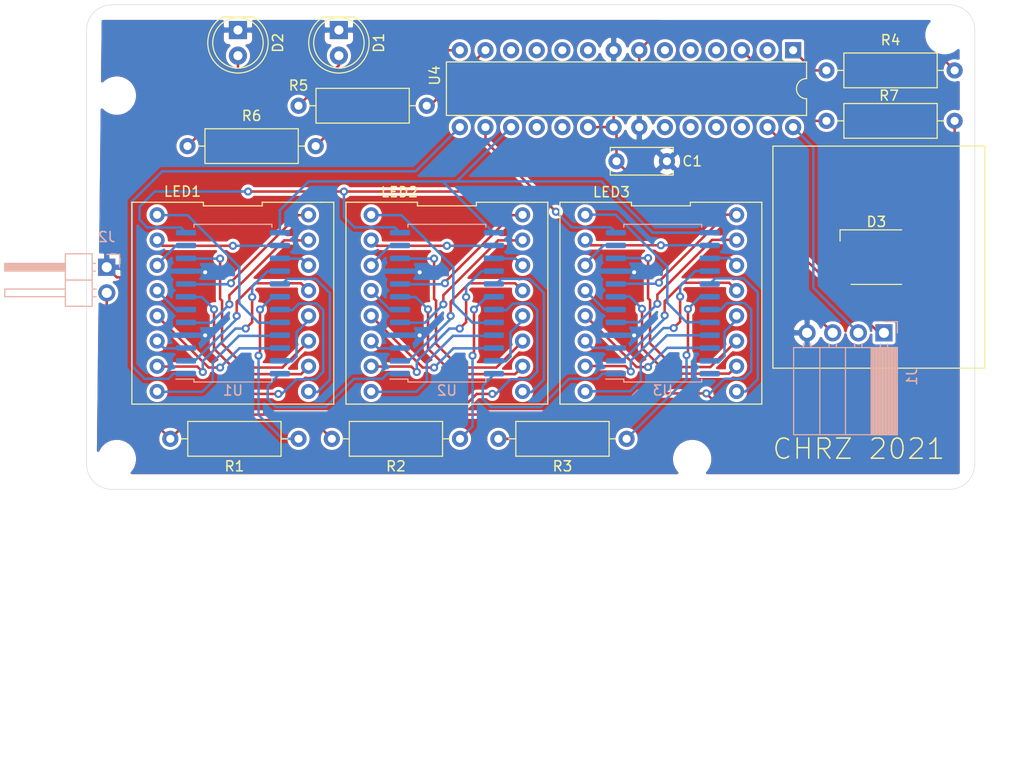
<source format=kicad_pcb>
(kicad_pcb (version 20171130) (host pcbnew 5.1.8)
  (layers (0 F.Cu signal) (31 B.Cu signal) (34 B.Paste user hide) (35 F.Paste user hide) (36 B.SilkS user) (37 F.SilkS user) (38 B.Mask user hide) (39 F.Mask user hide) (44 Edge.Cuts user))
  (net 0 "")
  (net 1 +3V3)
  (net 2 "Net-(R1-Pad1)")
  (net 3 GND)
  (net 4 "Net-(R2-Pad1)")
  (net 5 "Net-(R3-Pad1)")
  (net 6 /LED_Matrix_0/C6)
  (net 7 /LED_Matrix_0/C8)
  (net 8 /LED_Matrix_0/C3)
  (net 9 /LED_Matrix_0/R4)
  (net 10 /LED_Matrix_0/R5)
  (net 11 /LED_Matrix_0/R6)
  (net 12 /LED_Matrix_0/C1)
  (net 13 /LED_Matrix_0/C5)
  (net 14 /LED_Matrix_0/R3)
  (net 15 /LED_Matrix_0/R1)
  (net 16 /LED_Matrix_0/R2)
  (net 17 /LED_Matrix_0/C7)
  (net 18 /LED_Matrix_0/C2)
  (net 19 /LED_Matrix_0/R7)
  (net 20 /LED_Matrix_0/C4)
  (net 21 /LED_Matrix_0/R8)
  (net 22 /LED_Matrix_1/C6)
  (net 23 /LED_Matrix_1/C8)
  (net 24 /LED_Matrix_1/C3)
  (net 25 /LED_Matrix_1/R4)
  (net 26 /LED_Matrix_1/R5)
  (net 27 /LED_Matrix_1/R6)
  (net 28 /LED_Matrix_1/C1)
  (net 29 /LED_Matrix_1/C5)
  (net 30 /LED_Matrix_1/R3)
  (net 31 /LED_Matrix_1/R1)
  (net 32 /LED_Matrix_1/R2)
  (net 33 /LED_Matrix_1/C7)
  (net 34 /LED_Matrix_1/C2)
  (net 35 /LED_Matrix_1/R7)
  (net 36 /LED_Matrix_1/C4)
  (net 37 /LED_Matrix_1/R8)
  (net 38 /LED_Matrix_2/C6)
  (net 39 /LED_Matrix_2/C8)
  (net 40 /LED_Matrix_2/C3)
  (net 41 /LED_Matrix_2/R4)
  (net 42 /LED_Matrix_2/R5)
  (net 43 /LED_Matrix_2/R6)
  (net 44 /LED_Matrix_2/C1)
  (net 45 /LED_Matrix_2/C5)
  (net 46 /LED_Matrix_2/R3)
  (net 47 /LED_Matrix_2/R1)
  (net 48 /LED_Matrix_2/R2)
  (net 49 /LED_Matrix_2/C7)
  (net 50 /LED_Matrix_2/C2)
  (net 51 /LED_Matrix_2/R7)
  (net 52 /LED_Matrix_2/C4)
  (net 53 /LED_Matrix_2/R8)
  (net 54 "Net-(J1-Pad2)")
  (net 55 "Net-(J1-Pad1)")
  (net 56 "Net-(R4-Pad2)")
  (net 57 /LED_Matrix_1/DIN)
  (net 58 /LED_Matrix_0/CLK)
  (net 59 /LED_Matrix_0/LOAD)
  (net 60 /LED_Matrix_0/DIN)
  (net 61 /LED_Matrix_2/DIN)
  (net 62 /LED_Matrix_2/DOUT)
  (net 63 "Net-(U4-Pad26)")
  (net 64 "Net-(U4-Pad25)")
  (net 65 "Net-(U4-Pad24)")
  (net 66 "Net-(U4-Pad10)")
  (net 67 "Net-(U4-Pad23)")
  (net 68 "Net-(U4-Pad9)")
  (net 69 "Net-(U4-Pad6)")
  (net 70 "Net-(U4-Pad19)")
  (net 71 "Net-(U4-Pad5)")
  (net 72 "Net-(U4-Pad4)")
  (net 73 "Net-(U4-Pad2)")
  (net 74 "Net-(D1-Pad2)")
  (net 75 "Net-(D2-Pad2)")
  (net 76 "Net-(R5-Pad2)")
  (net 77 "Net-(R6-Pad2)")
  (net 78 "Net-(R7-Pad2)")
  (net 79 "Net-(D3-Pad4)")
  (net 80 "Net-(U4-Pad12)")
  (net 81 "Net-(U4-Pad11)")
  (net 82 "Net-(U4-Pad18)")
  (module MountingHole:MountingHole_3.2mm_M3 (layer F.Cu) (at 88 90)
    (fp_text reference REF** hide)
    (fp_text value MountingHole_3.2mm_M3)
    (pad 1 np_thru_hole circle (at 0 0) (size 3.2 3.2) (drill 3.2) (layers *.Cu *.Mask))
  )
  (module MountingHole:MountingHole_3.2mm_M3 (layer F.Cu) (at 88 54)
    (fp_text reference REF** hide)
    (fp_text value MountingHole_3.2mm_M3)
    (pad 1 np_thru_hole circle (at 0 0) (size 3.2 3.2) (drill 3.2) (layers *.Cu *.Mask))
  )
  (module MountingHole:MountingHole_3.2mm_M3 (layer F.Cu) (at 170 48)
    (fp_text reference REF** hide)
    (fp_text value MountingHole_3.2mm_M3)
    (pad 1 np_thru_hole circle (at 0 0) (size 3.2 3.2) (drill 3.2) (layers *.Cu *.Mask))
  )
  (module MountingHole:MountingHole_3.2mm_M3 (layer F.Cu) (at 145 90)
    (fp_text reference REF** hide)
    (fp_text value MountingHole_3.2mm_M3)
    (pad 1 np_thru_hole circle (at 0 0) (size 3.2 3.2) (drill 3.2) (layers *.Cu *.Mask))
  )
  (module Connector_PinHeader_2.54mm:PinHeader_1x02_P2.54mm_Horizontal (layer B.Cu) (at 87 71 180)
    (fp_text reference J2 (at 0 3) (layer B.SilkS) (effects (justify mirror)))
    (fp_text value POWER)
    (pad 2 thru_hole oval (at 0 -2.54 180) (size 1.7 1.7) (drill 1) (layers *.Cu *.Mask) (net 1 +3V3))
    (pad 1 thru_hole rect (at 0 0 180) (size 1.7 1.7) (drill 1) (layers *.Cu *.Mask) (net 3 GND))
  )
  (module Package_DIP:DIP-28_W7.62mm (layer F.Cu) (at 155 49.5 270)
    (fp_text reference U4 (at 2.5 35.5 90) (layer F.SilkS))
    (fp_text value ATmega328P-PU)
    (pad 28 thru_hole oval (at 7.62 0 270) (size 1.6 1.6) (drill 0.8) (layers *.Cu *.Mask) (net 54 "Net-(J1-Pad2)"))
    (pad 14 thru_hole oval (at 0 33.02 270) (size 1.6 1.6) (drill 0.8) (layers *.Cu *.Mask) (net 77 "Net-(R6-Pad2)"))
    (pad 27 thru_hole oval (at 7.62 2.54 270) (size 1.6 1.6) (drill 0.8) (layers *.Cu *.Mask) (net 55 "Net-(J1-Pad1)"))
    (pad 13 thru_hole oval (at 0 30.48 270) (size 1.6 1.6) (drill 0.8) (layers *.Cu *.Mask) (net 76 "Net-(R5-Pad2)"))
    (pad 26 thru_hole oval (at 7.62 5.08 270) (size 1.6 1.6) (drill 0.8) (layers *.Cu *.Mask) (net 63 "Net-(U4-Pad26)"))
    (pad 12 thru_hole oval (at 0 27.94 270) (size 1.6 1.6) (drill 0.8) (layers *.Cu *.Mask) (net 80 "Net-(U4-Pad12)"))
    (pad 25 thru_hole oval (at 7.62 7.62 270) (size 1.6 1.6) (drill 0.8) (layers *.Cu *.Mask) (net 64 "Net-(U4-Pad25)"))
    (pad 11 thru_hole oval (at 0 25.4 270) (size 1.6 1.6) (drill 0.8) (layers *.Cu *.Mask) (net 81 "Net-(U4-Pad11)"))
    (pad 24 thru_hole oval (at 7.62 10.16 270) (size 1.6 1.6) (drill 0.8) (layers *.Cu *.Mask) (net 65 "Net-(U4-Pad24)"))
    (pad 10 thru_hole oval (at 0 22.86 270) (size 1.6 1.6) (drill 0.8) (layers *.Cu *.Mask) (net 66 "Net-(U4-Pad10)"))
    (pad 23 thru_hole oval (at 7.62 12.7 270) (size 1.6 1.6) (drill 0.8) (layers *.Cu *.Mask) (net 67 "Net-(U4-Pad23)"))
    (pad 9 thru_hole oval (at 0 20.32 270) (size 1.6 1.6) (drill 0.8) (layers *.Cu *.Mask) (net 68 "Net-(U4-Pad9)"))
    (pad 22 thru_hole oval (at 7.62 15.24 270) (size 1.6 1.6) (drill 0.8) (layers *.Cu *.Mask) (net 3 GND))
    (pad 8 thru_hole oval (at 0 17.78 270) (size 1.6 1.6) (drill 0.8) (layers *.Cu *.Mask) (net 3 GND))
    (pad 21 thru_hole oval (at 7.62 17.78 270) (size 1.6 1.6) (drill 0.8) (layers *.Cu *.Mask) (net 1 +3V3))
    (pad 7 thru_hole oval (at 0 15.24 270) (size 1.6 1.6) (drill 0.8) (layers *.Cu *.Mask) (net 1 +3V3))
    (pad 20 thru_hole oval (at 7.62 20.32 270) (size 1.6 1.6) (drill 0.8) (layers *.Cu *.Mask) (net 1 +3V3))
    (pad 6 thru_hole oval (at 0 12.7 270) (size 1.6 1.6) (drill 0.8) (layers *.Cu *.Mask) (net 69 "Net-(U4-Pad6)"))
    (pad 19 thru_hole oval (at 7.62 22.86 270) (size 1.6 1.6) (drill 0.8) (layers *.Cu *.Mask) (net 70 "Net-(U4-Pad19)"))
    (pad 5 thru_hole oval (at 0 10.16 270) (size 1.6 1.6) (drill 0.8) (layers *.Cu *.Mask) (net 71 "Net-(U4-Pad5)"))
    (pad 18 thru_hole oval (at 7.62 25.4 270) (size 1.6 1.6) (drill 0.8) (layers *.Cu *.Mask) (net 82 "Net-(U4-Pad18)"))
    (pad 4 thru_hole oval (at 0 7.62 270) (size 1.6 1.6) (drill 0.8) (layers *.Cu *.Mask) (net 72 "Net-(U4-Pad4)"))
    (pad 17 thru_hole oval (at 7.62 27.94 270) (size 1.6 1.6) (drill 0.8) (layers *.Cu *.Mask) (net 58 /LED_Matrix_0/CLK))
    (pad 3 thru_hole oval (at 0 5.08 270) (size 1.6 1.6) (drill 0.8) (layers *.Cu *.Mask) (net 78 "Net-(R7-Pad2)"))
    (pad 16 thru_hole oval (at 7.62 30.48 270) (size 1.6 1.6) (drill 0.8) (layers *.Cu *.Mask) (net 59 /LED_Matrix_0/LOAD))
    (pad 2 thru_hole oval (at 0 2.54 270) (size 1.6 1.6) (drill 0.8) (layers *.Cu *.Mask) (net 73 "Net-(U4-Pad2)"))
    (pad 15 thru_hole oval (at 7.62 33.02 270) (size 1.6 1.6) (drill 0.8) (layers *.Cu *.Mask) (net 60 /LED_Matrix_0/DIN))
    (pad 1 thru_hole rect (at 0 0 270) (size 1.6 1.6) (drill 0.8) (layers *.Cu *.Mask) (net 56 "Net-(R4-Pad2)"))
  )
  (module LED_SMD:LED_RGB_5050-6 (layer F.Cu) (at 163.25 70)
    (fp_text reference D3 (at 0 -3.5 180) (layer F.SilkS))
    (fp_text value RED)
    (pad 6 smd rect (at 2.4 -1.7 90) (size 1.1 2) (layers F.Cu F.Paste F.Mask) (net 79 "Net-(D3-Pad4)"))
    (pad 5 smd rect (at 2.4 0 90) (size 1.1 2) (layers F.Cu F.Paste F.Mask) (net 79 "Net-(D3-Pad4)"))
    (pad 4 smd rect (at 2.4 1.7 90) (size 1.1 2) (layers F.Cu F.Paste F.Mask) (net 79 "Net-(D3-Pad4)"))
    (pad 3 smd rect (at -2.4 1.7 90) (size 1.1 2) (layers F.Cu F.Paste F.Mask) (net 3 GND))
    (pad 2 smd rect (at -2.4 0 90) (size 1.1 2) (layers F.Cu F.Paste F.Mask) (net 3 GND))
    (pad 1 smd rect (at -2.4 -1.7 90) (size 1.1 2) (layers F.Cu F.Paste F.Mask) (net 3 GND))
  )
  (module CustomComponents:788BS (layer F.Cu) (at 141.900001 74.560001)
    (fp_text reference LED3 (at -4.900001 -11) (layer F.SilkS))
    (fp_text value 788BS)
    (pad 16 thru_hole circle (at 7.5 -8.75 270) (size 1.5 1.5) (drill 0.8) (layers *.Cu *.Mask) (net 53 /LED_Matrix_2/R8))
    (pad 1 thru_hole circle (at -7.5 -8.75 270) (size 1.5 1.5) (drill 0.8) (layers *.Cu *.Mask) (net 52 /LED_Matrix_2/C4))
    (pad 15 thru_hole circle (at 7.5 -6.25 270) (size 1.5 1.5) (drill 0.8) (layers *.Cu *.Mask) (net 51 /LED_Matrix_2/R7))
    (pad 2 thru_hole circle (at -7.5 -6.25 270) (size 1.5 1.5) (drill 0.8) (layers *.Cu *.Mask) (net 50 /LED_Matrix_2/C2))
    (pad 14 thru_hole circle (at 7.5 -3.75 270) (size 1.5 1.5) (drill 0.8) (layers *.Cu *.Mask) (net 49 /LED_Matrix_2/C7))
    (pad 3 thru_hole circle (at -7.5 -3.75 270) (size 1.5 1.5) (drill 0.8) (layers *.Cu *.Mask) (net 48 /LED_Matrix_2/R2))
    (pad 13 thru_hole circle (at 7.5 -1.25 270) (size 1.5 1.5) (drill 0.8) (layers *.Cu *.Mask) (net 47 /LED_Matrix_2/R1))
    (pad 4 thru_hole circle (at -7.5 -1.25 270) (size 1.5 1.5) (drill 0.8) (layers *.Cu *.Mask) (net 46 /LED_Matrix_2/R3))
    (pad 12 thru_hole circle (at 7.5 1.25 270) (size 1.5 1.5) (drill 0.8) (layers *.Cu *.Mask) (net 45 /LED_Matrix_2/C5))
    (pad 5 thru_hole circle (at -7.5 1.25 270) (size 1.5 1.5) (drill 0.8) (layers *.Cu *.Mask) (net 44 /LED_Matrix_2/C1))
    (pad 11 thru_hole circle (at 7.5 3.75 270) (size 1.5 1.5) (drill 0.8) (layers *.Cu *.Mask) (net 43 /LED_Matrix_2/R6))
    (pad 6 thru_hole circle (at -7.5 3.75 270) (size 1.5 1.5) (drill 0.8) (layers *.Cu *.Mask) (net 42 /LED_Matrix_2/R5))
    (pad 10 thru_hole circle (at 7.5 6.25 270) (size 1.5 1.5) (drill 0.8) (layers *.Cu *.Mask) (net 41 /LED_Matrix_2/R4))
    (pad 7 thru_hole circle (at -7.5 6.25 270) (size 1.5 1.5) (drill 0.8) (layers *.Cu *.Mask) (net 40 /LED_Matrix_2/C3))
    (pad 9 thru_hole circle (at 7.5 8.75 270) (size 1.5 1.5) (drill 0.8) (layers *.Cu *.Mask) (net 39 /LED_Matrix_2/C8))
    (pad 8 thru_hole circle (at -7.5 8.75 270) (size 1.5 1.5) (drill 0.8) (layers *.Cu *.Mask) (net 38 /LED_Matrix_2/C6))
  )
  (module Capacitor_THT:C_Disc_D6.0mm_W2.5mm_P5.00mm (layer F.Cu) (at 137.5 60.5)
    (fp_text reference C1 (at 7.5 0) (layer F.SilkS))
    (fp_text value 100N)
    (pad 2 thru_hole circle (at 5 0) (size 1.6 1.6) (drill 0.8) (layers *.Cu *.Mask) (net 3 GND))
    (pad 1 thru_hole circle (at 0 0) (size 1.6 1.6) (drill 0.8) (layers *.Cu *.Mask) (net 1 +3V3))
  )
  (module Resistor_THT:R_Axial_DIN0309_L9.0mm_D3.2mm_P12.70mm_Horizontal (layer F.Cu) (at 171 56.5 180)
    (fp_text reference R7 (at 6.5 2.5) (layer F.SilkS))
    (fp_text value 180)
    (pad 2 thru_hole oval (at 12.7 0 180) (size 1.6 1.6) (drill 0.8) (layers *.Cu *.Mask) (net 78 "Net-(R7-Pad2)"))
    (pad 1 thru_hole circle (at 0 0 180) (size 1.6 1.6) (drill 0.8) (layers *.Cu *.Mask) (net 79 "Net-(D3-Pad4)"))
  )
  (module Resistor_THT:R_Axial_DIN0309_L9.0mm_D3.2mm_P12.70mm_Horizontal (layer F.Cu) (at 95 59)
    (fp_text reference R6 (at 6.35 -3) (layer F.SilkS))
    (fp_text value 68)
    (pad 2 thru_hole oval (at 12.7 0) (size 1.6 1.6) (drill 0.8) (layers *.Cu *.Mask) (net 77 "Net-(R6-Pad2)"))
    (pad 1 thru_hole circle (at 0 0) (size 1.6 1.6) (drill 0.8) (layers *.Cu *.Mask) (net 75 "Net-(D2-Pad2)"))
  )
  (module Resistor_THT:R_Axial_DIN0309_L9.0mm_D3.2mm_P12.70mm_Horizontal (layer F.Cu) (at 106 55)
    (fp_text reference R5 (at 0 -2) (layer F.SilkS))
    (fp_text value 68)
    (pad 2 thru_hole oval (at 12.7 0) (size 1.6 1.6) (drill 0.8) (layers *.Cu *.Mask) (net 76 "Net-(R5-Pad2)"))
    (pad 1 thru_hole circle (at 0 0) (size 1.6 1.6) (drill 0.8) (layers *.Cu *.Mask) (net 74 "Net-(D1-Pad2)"))
  )
  (module LED_THT:LED_D5.0mm (layer F.Cu) (at 100 47.5 270)
    (fp_text reference D2 (at 1.27 -3.96 90) (layer F.SilkS))
    (fp_text value GREEN)
    (pad 2 thru_hole circle (at 2.54 0 270) (size 1.8 1.8) (drill 0.9) (layers *.Cu *.Mask) (net 75 "Net-(D2-Pad2)"))
    (pad 1 thru_hole rect (at 0 0 270) (size 1.8 1.8) (drill 0.9) (layers *.Cu *.Mask) (net 3 GND))
  )
  (module LED_THT:LED_D5.0mm (layer F.Cu) (at 110 47.5 270)
    (fp_text reference D1 (at 1.27 -3.96 90) (layer F.SilkS))
    (fp_text value GREEN)
    (pad 2 thru_hole circle (at 2.54 0 270) (size 1.8 1.8) (drill 0.9) (layers *.Cu *.Mask) (net 74 "Net-(D1-Pad2)"))
    (pad 1 thru_hole rect (at 0 0 270) (size 1.8 1.8) (drill 0.9) (layers *.Cu *.Mask) (net 3 GND))
  )
  (module Resistor_THT:R_Axial_DIN0309_L9.0mm_D3.2mm_P12.70mm_Horizontal (layer F.Cu) (at 171 51.5 180)
    (fp_text reference R4 (at 6.35 3) (layer F.SilkS))
    (fp_text value 10K)
    (pad 2 thru_hole oval (at 12.7 0 180) (size 1.6 1.6) (drill 0.8) (layers *.Cu *.Mask) (net 56 "Net-(R4-Pad2)"))
    (pad 1 thru_hole circle (at 0 0 180) (size 1.6 1.6) (drill 0.8) (layers *.Cu *.Mask) (net 1 +3V3))
  )
  (module Connector_PinSocket_2.54mm:PinSocket_1x04_P2.54mm_Horizontal (layer B.Cu) (at 164 77.5 90)
    (fp_text reference J1 (at -4.38 2.77 270) (layer B.SilkS) (effects (justify mirror)))
    (fp_text value OLED)
    (pad 4 thru_hole oval (at 0 -7.62 90) (size 1.7 1.7) (drill 1) (layers *.Cu *.Mask) (net 3 GND))
    (pad 3 thru_hole oval (at 0 -5.08 90) (size 1.7 1.7) (drill 1) (layers *.Cu *.Mask) (net 1 +3V3))
    (pad 2 thru_hole oval (at 0 -2.54 90) (size 1.7 1.7) (drill 1) (layers *.Cu *.Mask) (net 54 "Net-(J1-Pad2)"))
    (pad 1 thru_hole rect (at 0 0 90) (size 1.7 1.7) (drill 1) (layers *.Cu *.Mask) (net 55 "Net-(J1-Pad1)"))
  )
  (module Package_SO:SOP-24_7.5x15.4mm_P1.27mm (layer B.Cu) (at 142.085 74.560001)
    (fp_text reference U3 (at 0 8.65) (layer B.SilkS) (effects (justify mirror)))
    (fp_text value MAX7219)
    (pad 24 smd roundrect (at 4.65 6.985) (size 2 0.55) (layers B.Cu B.Paste B.Mask) (net 62 /LED_Matrix_2/DOUT))
    (pad 23 smd roundrect (at 4.65 5.715) (size 2 0.55) (layers B.Cu B.Paste B.Mask) (net 45 /LED_Matrix_2/C5))
    (pad 22 smd roundrect (at 4.65 4.445) (size 2 0.55) (layers B.Cu B.Paste B.Mask) (net 44 /LED_Matrix_2/C1))
    (pad 21 smd roundrect (at 4.65 3.175) (size 2 0.55) (layers B.Cu B.Paste B.Mask) (net 38 /LED_Matrix_2/C6))
    (pad 20 smd roundrect (at 4.65 1.905) (size 2 0.55) (layers B.Cu B.Paste B.Mask) (net 52 /LED_Matrix_2/C4))
    (pad 19 smd roundrect (at 4.65 0.635) (size 2 0.55) (layers B.Cu B.Paste B.Mask) (net 1 +3V3))
    (pad 18 smd roundrect (at 4.65 -0.635) (size 2 0.55) (layers B.Cu B.Paste B.Mask) (net 5 "Net-(R3-Pad1)"))
    (pad 17 smd roundrect (at 4.65 -1.905) (size 2 0.55) (layers B.Cu B.Paste B.Mask) (net 39 /LED_Matrix_2/C8))
    (pad 16 smd roundrect (at 4.65 -3.175) (size 2 0.55) (layers B.Cu B.Paste B.Mask) (net 40 /LED_Matrix_2/C3))
    (pad 15 smd roundrect (at 4.65 -4.445) (size 2 0.55) (layers B.Cu B.Paste B.Mask) (net 49 /LED_Matrix_2/C7))
    (pad 14 smd roundrect (at 4.65 -5.715) (size 2 0.55) (layers B.Cu B.Paste B.Mask) (net 50 /LED_Matrix_2/C2))
    (pad 13 smd roundrect (at 4.65 -6.985) (size 2 0.55) (layers B.Cu B.Paste B.Mask) (net 58 /LED_Matrix_0/CLK))
    (pad 12 smd roundrect (at -4.65 -6.985) (size 2 0.55) (layers B.Cu B.Paste B.Mask) (net 59 /LED_Matrix_0/LOAD))
    (pad 11 smd roundrect (at -4.65 -5.715) (size 2 0.55) (layers B.Cu B.Paste B.Mask) (net 48 /LED_Matrix_2/R2))
    (pad 10 smd roundrect (at -4.65 -4.445) (size 2 0.55) (layers B.Cu B.Paste B.Mask) (net 43 /LED_Matrix_2/R6))
    (pad 9 smd roundrect (at -4.65 -3.175) (size 2 0.55) (layers B.Cu B.Paste B.Mask) (net 3 GND))
    (pad 8 smd roundrect (at -4.65 -1.905) (size 2 0.55) (layers B.Cu B.Paste B.Mask) (net 53 /LED_Matrix_2/R8))
    (pad 7 smd roundrect (at -4.65 -0.635) (size 2 0.55) (layers B.Cu B.Paste B.Mask) (net 41 /LED_Matrix_2/R4))
    (pad 6 smd roundrect (at -4.65 0.635) (size 2 0.55) (layers B.Cu B.Paste B.Mask) (net 46 /LED_Matrix_2/R3))
    (pad 5 smd roundrect (at -4.65 1.905) (size 2 0.55) (layers B.Cu B.Paste B.Mask) (net 51 /LED_Matrix_2/R7))
    (pad 4 smd roundrect (at -4.65 3.175) (size 2 0.55) (layers B.Cu B.Paste B.Mask) (net 3 GND))
    (pad 3 smd roundrect (at -4.65 4.445) (size 2 0.55) (layers B.Cu B.Paste B.Mask) (net 42 /LED_Matrix_2/R5))
    (pad 2 smd roundrect (at -4.65 5.715) (size 2 0.55) (layers B.Cu B.Paste B.Mask) (net 47 /LED_Matrix_2/R1))
    (pad 1 smd roundrect (at -4.65 6.985) (size 2 0.55) (layers B.Cu B.Paste B.Mask) (net 61 /LED_Matrix_2/DIN))
  )
  (module Package_SO:SOP-24_7.5x15.4mm_P1.27mm (layer B.Cu) (at 120.7 74.560001)
    (fp_text reference U2 (at 0 8.65) (layer B.SilkS) (effects (justify mirror)))
    (fp_text value MAX7219)
    (pad 1 smd roundrect (at -4.65 6.985) (size 2 0.55) (layers B.Cu B.Paste B.Mask) (net 57 /LED_Matrix_1/DIN))
    (pad 2 smd roundrect (at -4.65 5.715) (size 2 0.55) (layers B.Cu B.Paste B.Mask) (net 31 /LED_Matrix_1/R1))
    (pad 3 smd roundrect (at -4.65 4.445) (size 2 0.55) (layers B.Cu B.Paste B.Mask) (net 26 /LED_Matrix_1/R5))
    (pad 4 smd roundrect (at -4.65 3.175) (size 2 0.55) (layers B.Cu B.Paste B.Mask) (net 3 GND))
    (pad 5 smd roundrect (at -4.65 1.905) (size 2 0.55) (layers B.Cu B.Paste B.Mask) (net 35 /LED_Matrix_1/R7))
    (pad 6 smd roundrect (at -4.65 0.635) (size 2 0.55) (layers B.Cu B.Paste B.Mask) (net 30 /LED_Matrix_1/R3))
    (pad 7 smd roundrect (at -4.65 -0.635) (size 2 0.55) (layers B.Cu B.Paste B.Mask) (net 25 /LED_Matrix_1/R4))
    (pad 8 smd roundrect (at -4.65 -1.905) (size 2 0.55) (layers B.Cu B.Paste B.Mask) (net 37 /LED_Matrix_1/R8))
    (pad 9 smd roundrect (at -4.65 -3.175) (size 2 0.55) (layers B.Cu B.Paste B.Mask) (net 3 GND))
    (pad 10 smd roundrect (at -4.65 -4.445) (size 2 0.55) (layers B.Cu B.Paste B.Mask) (net 27 /LED_Matrix_1/R6))
    (pad 11 smd roundrect (at -4.65 -5.715) (size 2 0.55) (layers B.Cu B.Paste B.Mask) (net 32 /LED_Matrix_1/R2))
    (pad 12 smd roundrect (at -4.65 -6.985) (size 2 0.55) (layers B.Cu B.Paste B.Mask) (net 59 /LED_Matrix_0/LOAD))
    (pad 13 smd roundrect (at 4.65 -6.985) (size 2 0.55) (layers B.Cu B.Paste B.Mask) (net 58 /LED_Matrix_0/CLK))
    (pad 14 smd roundrect (at 4.65 -5.715) (size 2 0.55) (layers B.Cu B.Paste B.Mask) (net 34 /LED_Matrix_1/C2))
    (pad 15 smd roundrect (at 4.65 -4.445) (size 2 0.55) (layers B.Cu B.Paste B.Mask) (net 33 /LED_Matrix_1/C7))
    (pad 16 smd roundrect (at 4.65 -3.175) (size 2 0.55) (layers B.Cu B.Paste B.Mask) (net 24 /LED_Matrix_1/C3))
    (pad 17 smd roundrect (at 4.65 -1.905) (size 2 0.55) (layers B.Cu B.Paste B.Mask) (net 23 /LED_Matrix_1/C8))
    (pad 18 smd roundrect (at 4.65 -0.635) (size 2 0.55) (layers B.Cu B.Paste B.Mask) (net 4 "Net-(R2-Pad1)"))
    (pad 19 smd roundrect (at 4.65 0.635) (size 2 0.55) (layers B.Cu B.Paste B.Mask) (net 1 +3V3))
    (pad 20 smd roundrect (at 4.65 1.905) (size 2 0.55) (layers B.Cu B.Paste B.Mask) (net 36 /LED_Matrix_1/C4))
    (pad 21 smd roundrect (at 4.65 3.175) (size 2 0.55) (layers B.Cu B.Paste B.Mask) (net 22 /LED_Matrix_1/C6))
    (pad 22 smd roundrect (at 4.65 4.445) (size 2 0.55) (layers B.Cu B.Paste B.Mask) (net 28 /LED_Matrix_1/C1))
    (pad 23 smd roundrect (at 4.65 5.715) (size 2 0.55) (layers B.Cu B.Paste B.Mask) (net 29 /LED_Matrix_1/C5))
    (pad 24 smd roundrect (at 4.65 6.985) (size 2 0.55) (layers B.Cu B.Paste B.Mask) (net 61 /LED_Matrix_2/DIN))
  )
  (module Package_SO:SOP-24_7.5x15.4mm_P1.27mm (layer B.Cu) (at 99.501998 74.560001)
    (fp_text reference U1 (at 0 8.65) (layer B.SilkS) (effects (justify mirror)))
    (fp_text value MAX7219)
    (pad 1 smd roundrect (at -4.65 6.985) (size 2 0.55) (layers B.Cu B.Paste B.Mask) (net 60 /LED_Matrix_0/DIN))
    (pad 2 smd roundrect (at -4.65 5.715) (size 2 0.55) (layers B.Cu B.Paste B.Mask) (net 15 /LED_Matrix_0/R1))
    (pad 3 smd roundrect (at -4.65 4.445) (size 2 0.55) (layers B.Cu B.Paste B.Mask) (net 10 /LED_Matrix_0/R5))
    (pad 4 smd roundrect (at -4.65 3.175) (size 2 0.55) (layers B.Cu B.Paste B.Mask) (net 3 GND))
    (pad 5 smd roundrect (at -4.65 1.905) (size 2 0.55) (layers B.Cu B.Paste B.Mask) (net 19 /LED_Matrix_0/R7))
    (pad 6 smd roundrect (at -4.65 0.635) (size 2 0.55) (layers B.Cu B.Paste B.Mask) (net 14 /LED_Matrix_0/R3))
    (pad 7 smd roundrect (at -4.65 -0.635) (size 2 0.55) (layers B.Cu B.Paste B.Mask) (net 9 /LED_Matrix_0/R4))
    (pad 8 smd roundrect (at -4.65 -1.905) (size 2 0.55) (layers B.Cu B.Paste B.Mask) (net 21 /LED_Matrix_0/R8))
    (pad 9 smd roundrect (at -4.65 -3.175) (size 2 0.55) (layers B.Cu B.Paste B.Mask) (net 3 GND))
    (pad 10 smd roundrect (at -4.65 -4.445) (size 2 0.55) (layers B.Cu B.Paste B.Mask) (net 11 /LED_Matrix_0/R6))
    (pad 11 smd roundrect (at -4.65 -5.715) (size 2 0.55) (layers B.Cu B.Paste B.Mask) (net 16 /LED_Matrix_0/R2))
    (pad 12 smd roundrect (at -4.65 -6.985) (size 2 0.55) (layers B.Cu B.Paste B.Mask) (net 59 /LED_Matrix_0/LOAD))
    (pad 13 smd roundrect (at 4.65 -6.985) (size 2 0.55) (layers B.Cu B.Paste B.Mask) (net 58 /LED_Matrix_0/CLK))
    (pad 14 smd roundrect (at 4.65 -5.715) (size 2 0.55) (layers B.Cu B.Paste B.Mask) (net 18 /LED_Matrix_0/C2))
    (pad 15 smd roundrect (at 4.65 -4.445) (size 2 0.55) (layers B.Cu B.Paste B.Mask) (net 17 /LED_Matrix_0/C7))
    (pad 16 smd roundrect (at 4.65 -3.175) (size 2 0.55) (layers B.Cu B.Paste B.Mask) (net 8 /LED_Matrix_0/C3))
    (pad 17 smd roundrect (at 4.65 -1.905) (size 2 0.55) (layers B.Cu B.Paste B.Mask) (net 7 /LED_Matrix_0/C8))
    (pad 18 smd roundrect (at 4.65 -0.635) (size 2 0.55) (layers B.Cu B.Paste B.Mask) (net 2 "Net-(R1-Pad1)"))
    (pad 19 smd roundrect (at 4.65 0.635) (size 2 0.55) (layers B.Cu B.Paste B.Mask) (net 1 +3V3))
    (pad 20 smd roundrect (at 4.65 1.905) (size 2 0.55) (layers B.Cu B.Paste B.Mask) (net 20 /LED_Matrix_0/C4))
    (pad 21 smd roundrect (at 4.65 3.175) (size 2 0.55) (layers B.Cu B.Paste B.Mask) (net 6 /LED_Matrix_0/C6))
    (pad 22 smd roundrect (at 4.65 4.445) (size 2 0.55) (layers B.Cu B.Paste B.Mask) (net 12 /LED_Matrix_0/C1))
    (pad 23 smd roundrect (at 4.65 5.715) (size 2 0.55) (layers B.Cu B.Paste B.Mask) (net 13 /LED_Matrix_0/C5))
    (pad 24 smd roundrect (at 4.65 6.985) (size 2 0.55) (layers B.Cu B.Paste B.Mask) (net 57 /LED_Matrix_1/DIN))
  )
  (module Resistor_THT:R_Axial_DIN0309_L9.0mm_D3.2mm_P12.70mm_Horizontal (layer F.Cu) (at 138.5 88 180)
    (fp_text reference R3 (at 6.35 -2.72) (layer F.SilkS))
    (fp_text value 10K)
    (pad 2 thru_hole oval (at 12.7 0 180) (size 1.6 1.6) (drill 0.8) (layers *.Cu *.Mask) (net 1 +3V3))
    (pad 1 thru_hole circle (at 0 0 180) (size 1.6 1.6) (drill 0.8) (layers *.Cu *.Mask) (net 5 "Net-(R3-Pad1)"))
  )
  (module Resistor_THT:R_Axial_DIN0309_L9.0mm_D3.2mm_P12.70mm_Horizontal (layer F.Cu) (at 122 88 180)
    (fp_text reference R2 (at 6.35 -2.72) (layer F.SilkS))
    (fp_text value 10K)
    (pad 2 thru_hole oval (at 12.7 0 180) (size 1.6 1.6) (drill 0.8) (layers *.Cu *.Mask) (net 1 +3V3))
    (pad 1 thru_hole circle (at 0 0 180) (size 1.6 1.6) (drill 0.8) (layers *.Cu *.Mask) (net 4 "Net-(R2-Pad1)"))
  )
  (module Resistor_THT:R_Axial_DIN0309_L9.0mm_D3.2mm_P12.70mm_Horizontal (layer F.Cu) (at 106 88 180)
    (fp_text reference R1 (at 6.35 -2.72) (layer F.SilkS))
    (fp_text value 10K)
    (pad 2 thru_hole oval (at 12.7 0 180) (size 1.6 1.6) (drill 0.8) (layers *.Cu *.Mask) (net 1 +3V3))
    (pad 1 thru_hole circle (at 0 0 180) (size 1.6 1.6) (drill 0.8) (layers *.Cu *.Mask) (net 2 "Net-(R1-Pad1)"))
  )
  (module CustomComponents:788BS (layer F.Cu) (at 99.491999 74.560001)
    (fp_text reference LED1 (at -4.991999 -11.060001) (layer F.SilkS))
    (fp_text value 788BS)
    (pad 8 thru_hole circle (at -7.5 8.75 270) (size 1.5 1.5) (drill 0.8) (layers *.Cu *.Mask) (net 6 /LED_Matrix_0/C6))
    (pad 9 thru_hole circle (at 7.5 8.75 270) (size 1.5 1.5) (drill 0.8) (layers *.Cu *.Mask) (net 7 /LED_Matrix_0/C8))
    (pad 7 thru_hole circle (at -7.5 6.25 270) (size 1.5 1.5) (drill 0.8) (layers *.Cu *.Mask) (net 8 /LED_Matrix_0/C3))
    (pad 10 thru_hole circle (at 7.5 6.25 270) (size 1.5 1.5) (drill 0.8) (layers *.Cu *.Mask) (net 9 /LED_Matrix_0/R4))
    (pad 6 thru_hole circle (at -7.5 3.75 270) (size 1.5 1.5) (drill 0.8) (layers *.Cu *.Mask) (net 10 /LED_Matrix_0/R5))
    (pad 11 thru_hole circle (at 7.5 3.75 270) (size 1.5 1.5) (drill 0.8) (layers *.Cu *.Mask) (net 11 /LED_Matrix_0/R6))
    (pad 5 thru_hole circle (at -7.5 1.25 270) (size 1.5 1.5) (drill 0.8) (layers *.Cu *.Mask) (net 12 /LED_Matrix_0/C1))
    (pad 12 thru_hole circle (at 7.5 1.25 270) (size 1.5 1.5) (drill 0.8) (layers *.Cu *.Mask) (net 13 /LED_Matrix_0/C5))
    (pad 4 thru_hole circle (at -7.5 -1.25 270) (size 1.5 1.5) (drill 0.8) (layers *.Cu *.Mask) (net 14 /LED_Matrix_0/R3))
    (pad 13 thru_hole circle (at 7.5 -1.25 270) (size 1.5 1.5) (drill 0.8) (layers *.Cu *.Mask) (net 15 /LED_Matrix_0/R1))
    (pad 3 thru_hole circle (at -7.5 -3.75 270) (size 1.5 1.5) (drill 0.8) (layers *.Cu *.Mask) (net 16 /LED_Matrix_0/R2))
    (pad 14 thru_hole circle (at 7.5 -3.75 270) (size 1.5 1.5) (drill 0.8) (layers *.Cu *.Mask) (net 17 /LED_Matrix_0/C7))
    (pad 2 thru_hole circle (at -7.5 -6.25 270) (size 1.5 1.5) (drill 0.8) (layers *.Cu *.Mask) (net 18 /LED_Matrix_0/C2))
    (pad 15 thru_hole circle (at 7.5 -6.25 270) (size 1.5 1.5) (drill 0.8) (layers *.Cu *.Mask) (net 19 /LED_Matrix_0/R7))
    (pad 1 thru_hole circle (at -7.5 -8.75 270) (size 1.5 1.5) (drill 0.8) (layers *.Cu *.Mask) (net 20 /LED_Matrix_0/C4))
    (pad 16 thru_hole circle (at 7.5 -8.75 270) (size 1.5 1.5) (drill 0.8) (layers *.Cu *.Mask) (net 21 /LED_Matrix_0/R8))
  )
  (module CustomComponents:788BS (layer F.Cu) (at 120.700001 74.560001)
    (fp_text reference LED2 (at -4.700001 -11) (layer F.SilkS))
    (fp_text value 788BS)
    (pad 16 thru_hole circle (at 7.5 -8.75 270) (size 1.5 1.5) (drill 0.8) (layers *.Cu *.Mask) (net 37 /LED_Matrix_1/R8))
    (pad 1 thru_hole circle (at -7.5 -8.75 270) (size 1.5 1.5) (drill 0.8) (layers *.Cu *.Mask) (net 36 /LED_Matrix_1/C4))
    (pad 15 thru_hole circle (at 7.5 -6.25 270) (size 1.5 1.5) (drill 0.8) (layers *.Cu *.Mask) (net 35 /LED_Matrix_1/R7))
    (pad 2 thru_hole circle (at -7.5 -6.25 270) (size 1.5 1.5) (drill 0.8) (layers *.Cu *.Mask) (net 34 /LED_Matrix_1/C2))
    (pad 14 thru_hole circle (at 7.5 -3.75 270) (size 1.5 1.5) (drill 0.8) (layers *.Cu *.Mask) (net 33 /LED_Matrix_1/C7))
    (pad 3 thru_hole circle (at -7.5 -3.75 270) (size 1.5 1.5) (drill 0.8) (layers *.Cu *.Mask) (net 32 /LED_Matrix_1/R2))
    (pad 13 thru_hole circle (at 7.5 -1.25 270) (size 1.5 1.5) (drill 0.8) (layers *.Cu *.Mask) (net 31 /LED_Matrix_1/R1))
    (pad 4 thru_hole circle (at -7.5 -1.25 270) (size 1.5 1.5) (drill 0.8) (layers *.Cu *.Mask) (net 30 /LED_Matrix_1/R3))
    (pad 12 thru_hole circle (at 7.5 1.25 270) (size 1.5 1.5) (drill 0.8) (layers *.Cu *.Mask) (net 29 /LED_Matrix_1/C5))
    (pad 5 thru_hole circle (at -7.5 1.25 270) (size 1.5 1.5) (drill 0.8) (layers *.Cu *.Mask) (net 28 /LED_Matrix_1/C1))
    (pad 11 thru_hole circle (at 7.5 3.75 270) (size 1.5 1.5) (drill 0.8) (layers *.Cu *.Mask) (net 27 /LED_Matrix_1/R6))
    (pad 6 thru_hole circle (at -7.5 3.75 270) (size 1.5 1.5) (drill 0.8) (layers *.Cu *.Mask) (net 26 /LED_Matrix_1/R5))
    (pad 10 thru_hole circle (at 7.5 6.25 270) (size 1.5 1.5) (drill 0.8) (layers *.Cu *.Mask) (net 25 /LED_Matrix_1/R4))
    (pad 7 thru_hole circle (at -7.5 6.25 270) (size 1.5 1.5) (drill 0.8) (layers *.Cu *.Mask) (net 24 /LED_Matrix_1/C3))
    (pad 9 thru_hole circle (at 7.5 8.75 270) (size 1.5 1.5) (drill 0.8) (layers *.Cu *.Mask) (net 23 /LED_Matrix_1/C8))
    (pad 8 thru_hole circle (at -7.5 8.75 270) (size 1.5 1.5) (drill 0.8) (layers *.Cu *.Mask) (net 22 /LED_Matrix_1/C6))
  )
  (gr_text "CHRZ 2021" (at 161.5 89) (layer F.SilkS) (effects (font (size 2 2))))
  (gr_line (start 170.5 45) (end 87.5 45) (layer Edge.Cuts) (width 0.05))
  (gr_line (start 173 90.5) (end 173 47.5) (layer Edge.Cuts) (width 0.05))
  (gr_line (start 87.5 93) (end 170.5 93) (layer Edge.Cuts) (width 0.05))
  (gr_line (start 85 47.5) (end 85 90.5) (layer Edge.Cuts) (width 0.05))
  (gr_arc (start 87.5 90.5) (end 85 90.5) (angle -90) (layer Edge.Cuts) (width 0.05))
  (gr_arc (start 87.5 47.5) (end 87.5 45) (angle -90) (layer Edge.Cuts) (width 0.05))
  (gr_arc (start 170.5 47.5) (end 173 47.5) (angle -90) (layer Edge.Cuts) (width 0.05))
  (gr_arc (start 170.5 90.5) (end 170.5 93) (angle -90) (layer Edge.Cuts) (width 0.05))
  (gr_line (start 174 81) (end 173 81) (layer F.SilkS) (width 0.12))
  (gr_line (start 174 59) (end 174 81) (layer F.SilkS) (width 0.12))
  (gr_line (start 173 59) (end 174 59) (layer F.SilkS) (width 0.12))
  (gr_line (start 153 59) (end 153 61) (layer F.SilkS) (width 0.12))
  (gr_line (start 173 59) (end 153 59) (layer F.SilkS) (width 0.12))
  (gr_line (start 153 81) (end 173 81) (layer F.SilkS) (width 0.12))
  (gr_line (start 153 61) (end 153 81) (layer F.SilkS) (width 0.12))
  (via (at 146.4 83.5) (size 0.8) (drill 0.4) (layers F.Cu B.Cu) (net 1))
  (segment (start 146.434089 83.5) (end 146.4 83.5) (width 0.25) (layer B.Cu) (net 1))
  (segment (start 146.4 83.5) (end 139.8 83.5) (width 0.25) (layer F.Cu) (net 1))
  (segment (start 146.75 83.5) (end 146.4 83.5) (width 0.25) (layer B.Cu) (net 1))
  (segment (start 148.2 82.05) (end 146.75 83.5) (width 0.25) (layer B.Cu) (net 1))
  (segment (start 150.85 75.2) (end 150.85 81.301002) (width 0.25) (layer B.Cu) (net 1))
  (segment (start 150.101002 82.05) (end 148.2 82.05) (width 0.25) (layer B.Cu) (net 1))
  (segment (start 150.2 74.55) (end 150.85 75.2) (width 0.25) (layer B.Cu) (net 1))
  (segment (start 148.45 74.55) (end 150.2 74.55) (width 0.25) (layer B.Cu) (net 1))
  (segment (start 150.85 81.301002) (end 150.101002 82.05) (width 0.25) (layer B.Cu) (net 1))
  (segment (start 147.804999 75.195001) (end 148.45 74.55) (width 0.25) (layer B.Cu) (net 1))
  (segment (start 146.735 75.195001) (end 147.804999 75.195001) (width 0.25) (layer B.Cu) (net 1))
  (segment (start 125.234089 83.55) (end 125.2 83.55) (width 0.25) (layer B.Cu) (net 1))
  (segment (start 128.901002 82.1) (end 127 82.1) (width 0.25) (layer B.Cu) (net 1))
  (segment (start 126.604999 75.245001) (end 127.25 74.6) (width 0.25) (layer B.Cu) (net 1))
  (segment (start 125.535 75.245001) (end 126.604999 75.245001) (width 0.25) (layer B.Cu) (net 1))
  (segment (start 129 74.6) (end 129.65 75.25) (width 0.25) (layer B.Cu) (net 1))
  (segment (start 127.25 74.6) (end 129 74.6) (width 0.25) (layer B.Cu) (net 1))
  (segment (start 129.65 75.25) (end 129.65 81.351002) (width 0.25) (layer B.Cu) (net 1))
  (segment (start 125.55 83.55) (end 125.2 83.55) (width 0.25) (layer B.Cu) (net 1))
  (via (at 125.2 83.55) (size 0.8) (drill 0.4) (layers F.Cu B.Cu) (net 1))
  (segment (start 127 82.1) (end 125.55 83.55) (width 0.25) (layer B.Cu) (net 1))
  (segment (start 129.65 81.351002) (end 128.901002 82.1) (width 0.25) (layer B.Cu) (net 1))
  (via (at 104 83.55) (size 0.8) (drill 0.4) (layers F.Cu B.Cu) (net 1))
  (segment (start 104.034089 83.55) (end 104 83.55) (width 0.25) (layer B.Cu) (net 1))
  (segment (start 104.35 83.55) (end 104 83.55) (width 0.25) (layer B.Cu) (net 1))
  (segment (start 104.335 75.245001) (end 105.404999 75.245001) (width 0.25) (layer B.Cu) (net 1))
  (segment (start 108.45 75.25) (end 108.45 81.351002) (width 0.25) (layer B.Cu) (net 1))
  (segment (start 107.701002 82.1) (end 105.8 82.1) (width 0.25) (layer B.Cu) (net 1))
  (segment (start 108.45 81.351002) (end 107.701002 82.1) (width 0.25) (layer B.Cu) (net 1))
  (segment (start 106.05 74.6) (end 107.8 74.6) (width 0.25) (layer B.Cu) (net 1))
  (segment (start 105.8 82.1) (end 104.35 83.55) (width 0.25) (layer B.Cu) (net 1))
  (segment (start 107.8 74.6) (end 108.45 75.25) (width 0.25) (layer B.Cu) (net 1))
  (segment (start 105.404999 75.245001) (end 106.05 74.6) (width 0.25) (layer B.Cu) (net 1))
  (segment (start 104 83.55) (end 98 83.55) (width 0.25) (layer F.Cu) (net 1))
  (segment (start 97.75 83.55) (end 98 83.55) (width 0.25) (layer F.Cu) (net 1))
  (segment (start 95.6 85.7) (end 93.3 88) (width 0.25) (layer F.Cu) (net 1))
  (segment (start 87 81.7) (end 93.3 88) (width 0.25) (layer F.Cu) (net 1))
  (segment (start 87 73.54) (end 87 81.7) (width 0.25) (layer F.Cu) (net 1))
  (segment (start 137.5 57.4) (end 137.22 57.12) (width 0.25) (layer F.Cu) (net 1))
  (segment (start 137.5 60.5) (end 137.5 57.4) (width 0.25) (layer F.Cu) (net 1))
  (segment (start 137.22 57.12) (end 134.68 57.12) (width 0.25) (layer F.Cu) (net 1))
  (segment (start 137.22 54.28) (end 139.76 51.74) (width 0.25) (layer F.Cu) (net 1))
  (segment (start 137.22 57.12) (end 137.22 54.28) (width 0.25) (layer F.Cu) (net 1))
  (segment (start 139.76 51.74) (end 139.76 49.5) (width 0.25) (layer F.Cu) (net 1))
  (segment (start 150 63) (end 153.5 66.5) (width 0.25) (layer F.Cu) (net 1))
  (segment (start 140 63) (end 150 63) (width 0.25) (layer F.Cu) (net 1))
  (segment (start 137.5 60.5) (end 140 63) (width 0.25) (layer F.Cu) (net 1))
  (segment (start 169.874999 50.374999) (end 160.874999 50.374999) (width 0.25) (layer F.Cu) (net 1))
  (segment (start 171 51.5) (end 169.874999 50.374999) (width 0.25) (layer F.Cu) (net 1))
  (segment (start 160.874999 50.374999) (end 157.5 47) (width 0.25) (layer F.Cu) (net 1))
  (segment (start 142.26 47) (end 139.76 49.5) (width 0.25) (layer F.Cu) (net 1))
  (segment (start 157.5 47) (end 142.26 47) (width 0.25) (layer F.Cu) (net 1))
  (segment (start 153.5 79.08) (end 153.5 78) (width 0.25) (layer F.Cu) (net 1))
  (segment (start 151 85) (end 153.5 82.5) (width 0.25) (layer F.Cu) (net 1))
  (segment (start 147.9 85) (end 151 85) (width 0.25) (layer F.Cu) (net 1))
  (segment (start 153.5 82.5) (end 153.5 79.08) (width 0.25) (layer F.Cu) (net 1))
  (segment (start 146.4 83.5) (end 147.9 85) (width 0.25) (layer F.Cu) (net 1))
  (segment (start 153.5 75.5) (end 153.5 78) (width 0.25) (layer F.Cu) (net 1))
  (segment (start 153.5 72.08) (end 153.5 71) (width 0.25) (layer F.Cu) (net 1))
  (segment (start 158.92 77.5) (end 153.5 72.08) (width 0.25) (layer F.Cu) (net 1))
  (segment (start 153.5 71) (end 153.5 75.5) (width 0.25) (layer F.Cu) (net 1))
  (segment (start 153.5 66.5) (end 153.5 71) (width 0.25) (layer F.Cu) (net 1))
  (segment (start 137.7 85.6) (end 132.9 85.6) (width 0.25) (layer F.Cu) (net 1))
  (segment (start 139.8 83.5) (end 137.7 85.6) (width 0.25) (layer F.Cu) (net 1))
  (segment (start 125.2 83.55) (end 123.65 83.55) (width 0.25) (layer F.Cu) (net 1))
  (segment (start 123.65 83.55) (end 121.6 85.6) (width 0.25) (layer F.Cu) (net 1))
  (segment (start 95.7 85.6) (end 95.65 85.65) (width 0.25) (layer F.Cu) (net 1))
  (segment (start 95.65 85.65) (end 97.75 83.55) (width 0.25) (layer F.Cu) (net 1))
  (segment (start 93.3 88) (end 95.65 85.65) (width 0.25) (layer F.Cu) (net 1))
  (segment (start 106.9 85.6) (end 106.4 85.6) (width 0.25) (layer F.Cu) (net 1))
  (segment (start 109.3 88) (end 106.9 85.6) (width 0.25) (layer F.Cu) (net 1))
  (segment (start 106.4 85.6) (end 95.7 85.6) (width 0.25) (layer F.Cu) (net 1))
  (segment (start 121.6 85.6) (end 106.4 85.6) (width 0.25) (layer F.Cu) (net 1))
  (segment (start 127 88) (end 129.4 85.6) (width 0.25) (layer F.Cu) (net 1))
  (segment (start 125.8 88) (end 127 88) (width 0.25) (layer F.Cu) (net 1))
  (segment (start 129.4 85.6) (end 121.6 85.6) (width 0.25) (layer F.Cu) (net 1))
  (segment (start 132.9 85.6) (end 129.4 85.6) (width 0.25) (layer F.Cu) (net 1))
  (via (at 123.24 79.76) (size 0.8) (drill 0.4) (layers F.Cu B.Cu) (net 4))
  (segment (start 125.35 73.955) (end 124.615348 73.955) (width 0.25) (layer B.Cu) (net 4))
  (segment (start 124.615348 73.955) (end 123.382779 75.187569) (width 0.25) (layer B.Cu) (net 4))
  (segment (start 123.382779 79.617221) (end 123.24 79.76) (width 0.25) (layer F.Cu) (net 4))
  (via (at 123.382779 75.187569) (size 0.8) (drill 0.4) (layers F.Cu B.Cu) (net 4))
  (segment (start 123.382779 75.187569) (end 123.382779 79.617221) (width 0.25) (layer F.Cu) (net 4))
  (segment (start 102.182779 79.617221) (end 102.04 79.76) (width 0.25) (layer F.Cu) (net 2))
  (segment (start 102.182779 75.187569) (end 102.182779 79.617221) (width 0.25) (layer F.Cu) (net 2))
  (segment (start 103.415348 73.955) (end 102.182779 75.187569) (width 0.25) (layer B.Cu) (net 2))
  (via (at 102.182779 75.187569) (size 0.8) (drill 0.4) (layers F.Cu B.Cu) (net 2))
  (via (at 102.04 79.76) (size 0.8) (drill 0.4) (layers F.Cu B.Cu) (net 2))
  (segment (start 104.15 73.955) (end 103.415348 73.955) (width 0.25) (layer B.Cu) (net 2))
  (segment (start 104.4 88) (end 106 88) (width 0.25) (layer B.Cu) (net 2))
  (segment (start 102.04 85.64) (end 104.4 88) (width 0.25) (layer B.Cu) (net 2))
  (segment (start 102.04 79.76) (end 102.04 85.64) (width 0.25) (layer B.Cu) (net 2))
  (via (at 96.75 71.5) (size 0.8) (drill 0.4) (layers F.Cu B.Cu) (net 3))
  (segment (start 96.635001 71.385001) (end 96.75 71.5) (width 0.25) (layer B.Cu) (net 3))
  (segment (start 94.851998 71.385001) (end 96.635001 71.385001) (width 0.25) (layer B.Cu) (net 3))
  (via (at 96.75 77.75) (size 0.8) (drill 0.4) (layers F.Cu B.Cu) (net 3))
  (segment (start 94.866997 77.75) (end 94.851998 77.735001) (width 0.25) (layer B.Cu) (net 3))
  (segment (start 96.75 77.75) (end 94.866997 77.75) (width 0.25) (layer B.Cu) (net 3))
  (segment (start 96.75 71.5) (end 96.75 73.5) (width 0.25) (layer F.Cu) (net 3))
  (segment (start 96.75 73.5) (end 96.75 77.75) (width 0.25) (layer F.Cu) (net 3))
  (segment (start 88 72) (end 87 71) (width 0.25) (layer F.Cu) (net 3))
  (segment (start 95.25 72) (end 88 72) (width 0.25) (layer F.Cu) (net 3))
  (segment (start 96.75 73.5) (end 95.25 72) (width 0.25) (layer F.Cu) (net 3))
  (via (at 118 71.5) (size 0.8) (drill 0.4) (layers F.Cu B.Cu) (net 3))
  (segment (start 118 73.5) (end 118 77.75) (width 0.25) (layer F.Cu) (net 3))
  (segment (start 116.101998 71.385001) (end 117.885001 71.385001) (width 0.25) (layer B.Cu) (net 3))
  (segment (start 118 77.75) (end 116.116997 77.75) (width 0.25) (layer B.Cu) (net 3))
  (via (at 118 77.75) (size 0.8) (drill 0.4) (layers F.Cu B.Cu) (net 3))
  (segment (start 118 71.5) (end 118 73.5) (width 0.25) (layer F.Cu) (net 3))
  (segment (start 139.25 71.5) (end 139.25 73.5) (width 0.25) (layer F.Cu) (net 3))
  (segment (start 139.25 77.75) (end 137.366997 77.75) (width 0.25) (layer B.Cu) (net 3))
  (via (at 139.25 77.75) (size 0.8) (drill 0.4) (layers F.Cu B.Cu) (net 3))
  (segment (start 139.25 73.5) (end 139.25 77.75) (width 0.25) (layer F.Cu) (net 3))
  (segment (start 137.351998 71.385001) (end 139.135001 71.385001) (width 0.25) (layer B.Cu) (net 3))
  (via (at 139.25 71.5) (size 0.8) (drill 0.4) (layers F.Cu B.Cu) (net 3))
  (segment (start 123.24 86.76) (end 122 88) (width 0.25) (layer B.Cu) (net 4))
  (segment (start 123.24 79.76) (end 123.24 86.76) (width 0.25) (layer B.Cu) (net 4))
  (segment (start 144.582779 75.137569) (end 144.582779 79.567221) (width 0.25) (layer F.Cu) (net 5))
  (via (at 144.582779 75.137569) (size 0.8) (drill 0.4) (layers F.Cu B.Cu) (net 5))
  (segment (start 144.582779 79.567221) (end 144.44 79.71) (width 0.25) (layer F.Cu) (net 5))
  (segment (start 145.815348 73.905) (end 144.582779 75.137569) (width 0.25) (layer B.Cu) (net 5))
  (segment (start 146.55 73.905) (end 145.815348 73.905) (width 0.25) (layer B.Cu) (net 5))
  (via (at 144.44 79.71) (size 0.8) (drill 0.4) (layers F.Cu B.Cu) (net 5))
  (segment (start 144.44 82.06) (end 138.5 88) (width 0.25) (layer B.Cu) (net 5))
  (segment (start 144.44 79.71) (end 144.44 82.06) (width 0.25) (layer B.Cu) (net 5))
  (segment (start 146.720001 77.75) (end 146.735 77.735001) (width 0.25) (layer B.Cu) (net 38))
  (segment (start 142.5 77.75) (end 146.720001 77.75) (width 0.25) (layer B.Cu) (net 38))
  (segment (start 139.904987 80.345013) (end 142.5 77.75) (width 0.25) (layer B.Cu) (net 38))
  (segment (start 139.904987 82.250013) (end 139.904987 80.345013) (width 0.25) (layer B.Cu) (net 38))
  (segment (start 134.4 83.29) (end 138.865 83.29) (width 0.25) (layer B.Cu) (net 38))
  (segment (start 138.865 83.29) (end 139.904987 82.250013) (width 0.25) (layer B.Cu) (net 38))
  (segment (start 118.704987 82.300013) (end 118.704987 80.395013) (width 0.25) (layer B.Cu) (net 22))
  (segment (start 113.2 83.34) (end 117.665 83.34) (width 0.25) (layer B.Cu) (net 22))
  (segment (start 117.665 83.34) (end 118.704987 82.300013) (width 0.25) (layer B.Cu) (net 22))
  (segment (start 125.520001 77.8) (end 125.535 77.785001) (width 0.25) (layer B.Cu) (net 22))
  (segment (start 118.704987 80.395013) (end 121.3 77.8) (width 0.25) (layer B.Cu) (net 22))
  (segment (start 121.3 77.8) (end 125.520001 77.8) (width 0.25) (layer B.Cu) (net 22))
  (segment (start 92 83.34) (end 96.465 83.34) (width 0.25) (layer B.Cu) (net 6))
  (segment (start 97.504987 82.300013) (end 97.504987 80.395013) (width 0.25) (layer B.Cu) (net 6))
  (segment (start 96.465 83.34) (end 97.504987 82.300013) (width 0.25) (layer B.Cu) (net 6))
  (segment (start 100.1 77.8) (end 104.320001 77.8) (width 0.25) (layer B.Cu) (net 6))
  (segment (start 104.320001 77.8) (end 104.335 77.785001) (width 0.25) (layer B.Cu) (net 6))
  (segment (start 97.504987 80.395013) (end 100.1 77.8) (width 0.25) (layer B.Cu) (net 6))
  (segment (start 146.55 72.635) (end 146.98 72.635) (width 0.25) (layer B.Cu) (net 39))
  (segment (start 150.289999 83.310001) (end 149.400001 83.310001) (width 0.25) (layer B.Cu) (net 39))
  (segment (start 151.5 82.1) (end 150.289999 83.310001) (width 0.25) (layer B.Cu) (net 39))
  (segment (start 151.5 73.5) (end 151.5 82.1) (width 0.25) (layer B.Cu) (net 39))
  (segment (start 150.1 72.1) (end 151.5 73.5) (width 0.25) (layer B.Cu) (net 39))
  (segment (start 147.290001 72.1) (end 150.1 72.1) (width 0.25) (layer B.Cu) (net 39))
  (segment (start 146.735 72.655001) (end 147.290001 72.1) (width 0.25) (layer B.Cu) (net 39))
  (segment (start 129.089999 83.360001) (end 128.200001 83.360001) (width 0.25) (layer B.Cu) (net 23))
  (segment (start 125.35 72.685) (end 125.78 72.685) (width 0.25) (layer B.Cu) (net 23))
  (segment (start 126.090001 72.15) (end 128.9 72.15) (width 0.25) (layer B.Cu) (net 23))
  (segment (start 130.3 73.55) (end 130.3 82.15) (width 0.25) (layer B.Cu) (net 23))
  (segment (start 128.9 72.15) (end 130.3 73.55) (width 0.25) (layer B.Cu) (net 23))
  (segment (start 130.3 82.15) (end 129.089999 83.360001) (width 0.25) (layer B.Cu) (net 23))
  (segment (start 125.535 72.705001) (end 126.090001 72.15) (width 0.25) (layer B.Cu) (net 23))
  (segment (start 104.15 72.685) (end 104.58 72.685) (width 0.25) (layer B.Cu) (net 7))
  (segment (start 109.1 82.15) (end 107.889999 83.360001) (width 0.25) (layer B.Cu) (net 7))
  (segment (start 104.335 72.705001) (end 104.890001 72.15) (width 0.25) (layer B.Cu) (net 7))
  (segment (start 109.1 73.55) (end 109.1 82.15) (width 0.25) (layer B.Cu) (net 7))
  (segment (start 107.889999 83.360001) (end 107.000001 83.360001) (width 0.25) (layer B.Cu) (net 7))
  (segment (start 104.890001 72.15) (end 107.7 72.15) (width 0.25) (layer B.Cu) (net 7))
  (segment (start 107.7 72.15) (end 109.1 73.55) (width 0.25) (layer B.Cu) (net 7))
  (segment (start 143.805 72.8725) (end 143.805 73.904998) (width 0.25) (layer B.Cu) (net 40))
  (segment (start 145.3125 71.365) (end 143.805 72.8725) (width 0.25) (layer B.Cu) (net 40))
  (segment (start 134.4 80.79) (end 138.37468 80.79) (width 0.25) (layer F.Cu) (net 40))
  (via (at 143.805 73.904998) (size 0.8) (drill 0.4) (layers F.Cu B.Cu) (net 40))
  (segment (start 138.37468 80.79) (end 138.91734 81.33266) (width 0.25) (layer F.Cu) (net 40))
  (via (at 138.91734 81.33266) (size 0.8) (drill 0.4) (layers F.Cu B.Cu) (net 40))
  (segment (start 146.55 71.365) (end 145.3125 71.365) (width 0.25) (layer B.Cu) (net 40))
  (segment (start 143.805 73.904998) (end 143.805 76.38999) (width 0.25) (layer F.Cu) (net 40))
  (segment (start 138.91734 81.33266) (end 138.91734 80.258247) (width 0.25) (layer B.Cu) (net 40))
  (segment (start 143.805 76.38999) (end 143.17 77.02499) (width 0.25) (layer F.Cu) (net 40))
  (via (at 143.17 77.02499) (size 0.8) (drill 0.4) (layers F.Cu B.Cu) (net 40))
  (segment (start 138.91734 80.258247) (end 142.150597 77.02499) (width 0.25) (layer B.Cu) (net 40))
  (segment (start 142.150597 77.02499) (end 143.17 77.02499) (width 0.25) (layer B.Cu) (net 40))
  (segment (start 120.950597 77.07499) (end 121.97 77.07499) (width 0.25) (layer B.Cu) (net 24))
  (segment (start 122.605 73.954998) (end 122.605 76.43999) (width 0.25) (layer F.Cu) (net 24))
  (segment (start 117.71734 80.308247) (end 120.950597 77.07499) (width 0.25) (layer B.Cu) (net 24))
  (segment (start 117.71734 81.38266) (end 117.71734 80.308247) (width 0.25) (layer B.Cu) (net 24))
  (segment (start 122.605 76.43999) (end 121.97 77.07499) (width 0.25) (layer F.Cu) (net 24))
  (via (at 117.71734 81.38266) (size 0.8) (drill 0.4) (layers F.Cu B.Cu) (net 24))
  (segment (start 122.605 72.9225) (end 122.605 73.954998) (width 0.25) (layer B.Cu) (net 24))
  (segment (start 125.35 71.415) (end 124.1125 71.415) (width 0.25) (layer B.Cu) (net 24))
  (segment (start 124.1125 71.415) (end 122.605 72.9225) (width 0.25) (layer B.Cu) (net 24))
  (segment (start 113.2 80.84) (end 117.17468 80.84) (width 0.25) (layer F.Cu) (net 24))
  (via (at 122.605 73.954998) (size 0.8) (drill 0.4) (layers F.Cu B.Cu) (net 24))
  (segment (start 117.17468 80.84) (end 117.71734 81.38266) (width 0.25) (layer F.Cu) (net 24))
  (via (at 121.97 77.07499) (size 0.8) (drill 0.4) (layers F.Cu B.Cu) (net 24))
  (via (at 96.51734 81.38266) (size 0.8) (drill 0.4) (layers F.Cu B.Cu) (net 8))
  (segment (start 92 80.84) (end 95.97468 80.84) (width 0.25) (layer F.Cu) (net 8))
  (segment (start 95.97468 80.84) (end 96.51734 81.38266) (width 0.25) (layer F.Cu) (net 8))
  (segment (start 101.405 73.954998) (end 101.405 76.43999) (width 0.25) (layer F.Cu) (net 8))
  (segment (start 99.750597 77.07499) (end 100.77 77.07499) (width 0.25) (layer B.Cu) (net 8))
  (via (at 101.405 73.954998) (size 0.8) (drill 0.4) (layers F.Cu B.Cu) (net 8))
  (segment (start 104.15 71.415) (end 102.9125 71.415) (width 0.25) (layer B.Cu) (net 8))
  (segment (start 102.9125 71.415) (end 101.405 72.9225) (width 0.25) (layer B.Cu) (net 8))
  (segment (start 96.51734 81.38266) (end 96.51734 80.308247) (width 0.25) (layer B.Cu) (net 8))
  (segment (start 101.405 76.43999) (end 100.77 77.07499) (width 0.25) (layer F.Cu) (net 8))
  (segment (start 101.405 72.9225) (end 101.405 73.954998) (width 0.25) (layer B.Cu) (net 8))
  (segment (start 96.51734 80.308247) (end 99.750597 77.07499) (width 0.25) (layer B.Cu) (net 8))
  (via (at 100.77 77.07499) (size 0.8) (drill 0.4) (layers F.Cu B.Cu) (net 8))
  (segment (start 140.027827 79.019238) (end 140.027827 75.117817) (width 0.25) (layer F.Cu) (net 41))
  (segment (start 149.4 80.79) (end 148.650001 81.539999) (width 0.25) (layer F.Cu) (net 41))
  (via (at 140.027827 75.117817) (size 0.8) (drill 0.4) (layers F.Cu B.Cu) (net 41))
  (segment (start 137.25 73.905) (end 138.81501 73.905) (width 0.25) (layer B.Cu) (net 41))
  (segment (start 138.81501 73.905) (end 140.027827 75.117817) (width 0.25) (layer B.Cu) (net 41))
  (segment (start 148.650001 81.539999) (end 142.548588 81.539999) (width 0.25) (layer F.Cu) (net 41))
  (segment (start 142.548588 81.539999) (end 140.027827 79.019238) (width 0.25) (layer F.Cu) (net 41))
  (segment (start 117.61501 73.955) (end 118.827827 75.167817) (width 0.25) (layer B.Cu) (net 25))
  (segment (start 127.450001 81.589999) (end 121.348588 81.589999) (width 0.25) (layer F.Cu) (net 25))
  (segment (start 121.348588 81.589999) (end 118.827827 79.069238) (width 0.25) (layer F.Cu) (net 25))
  (segment (start 118.827827 79.069238) (end 118.827827 75.167817) (width 0.25) (layer F.Cu) (net 25))
  (segment (start 128.2 80.84) (end 127.450001 81.589999) (width 0.25) (layer F.Cu) (net 25))
  (via (at 118.827827 75.167817) (size 0.8) (drill 0.4) (layers F.Cu B.Cu) (net 25))
  (segment (start 116.05 73.955) (end 117.61501 73.955) (width 0.25) (layer B.Cu) (net 25))
  (segment (start 100.148588 81.589999) (end 97.627827 79.069238) (width 0.25) (layer F.Cu) (net 9))
  (segment (start 106.250001 81.589999) (end 100.148588 81.589999) (width 0.25) (layer F.Cu) (net 9))
  (segment (start 97.627827 79.069238) (end 97.627827 75.167817) (width 0.25) (layer F.Cu) (net 9))
  (segment (start 107 80.84) (end 106.250001 81.589999) (width 0.25) (layer F.Cu) (net 9))
  (segment (start 94.85 73.955) (end 96.41501 73.955) (width 0.25) (layer B.Cu) (net 9))
  (via (at 97.627827 75.167817) (size 0.8) (drill 0.4) (layers F.Cu B.Cu) (net 9))
  (segment (start 96.41501 73.955) (end 97.627827 75.167817) (width 0.25) (layer B.Cu) (net 9))
  (segment (start 135.095 78.985) (end 134.4 78.29) (width 0.25) (layer B.Cu) (net 42))
  (segment (start 137.25 78.985) (end 135.095 78.985) (width 0.25) (layer B.Cu) (net 42))
  (segment (start 113.895 79.035) (end 113.2 78.34) (width 0.25) (layer B.Cu) (net 26))
  (segment (start 116.05 79.035) (end 113.895 79.035) (width 0.25) (layer B.Cu) (net 26))
  (segment (start 94.85 79.035) (end 92.695 79.035) (width 0.25) (layer B.Cu) (net 10))
  (segment (start 92.695 79.035) (end 92 78.34) (width 0.25) (layer B.Cu) (net 10))
  (segment (start 146.8 80.89) (end 149.4 78.29) (width 0.25) (layer F.Cu) (net 43))
  (segment (start 140.824696 74.273263) (end 140.824696 78.544696) (width 0.25) (layer F.Cu) (net 43))
  (segment (start 140.824696 78.544696) (end 143.17 80.89) (width 0.25) (layer F.Cu) (net 43))
  (segment (start 140.63 74.078567) (end 140.824696 74.273263) (width 0.25) (layer F.Cu) (net 43))
  (segment (start 143.17 80.89) (end 146.8 80.89) (width 0.25) (layer F.Cu) (net 43))
  (segment (start 140.63 70.095) (end 140.63 74.078567) (width 0.25) (layer F.Cu) (net 43))
  (segment (start 137.25 70.095) (end 140.63 70.095) (width 0.25) (layer B.Cu) (net 43))
  (via (at 140.63 70.095) (size 0.8) (drill 0.4) (layers F.Cu B.Cu) (net 43))
  (segment (start 116.05 70.145) (end 119.43 70.145) (width 0.25) (layer B.Cu) (net 27))
  (via (at 119.43 70.145) (size 0.8) (drill 0.4) (layers F.Cu B.Cu) (net 27))
  (segment (start 125.6 80.94) (end 128.2 78.34) (width 0.25) (layer F.Cu) (net 27))
  (segment (start 119.624696 74.323263) (end 119.624696 78.594696) (width 0.25) (layer F.Cu) (net 27))
  (segment (start 119.624696 78.594696) (end 121.97 80.94) (width 0.25) (layer F.Cu) (net 27))
  (segment (start 119.43 74.128567) (end 119.624696 74.323263) (width 0.25) (layer F.Cu) (net 27))
  (segment (start 121.97 80.94) (end 125.6 80.94) (width 0.25) (layer F.Cu) (net 27))
  (segment (start 119.43 70.145) (end 119.43 74.128567) (width 0.25) (layer F.Cu) (net 27))
  (segment (start 98.424696 78.594696) (end 100.77 80.94) (width 0.25) (layer F.Cu) (net 11))
  (segment (start 98.424696 74.323263) (end 98.424696 78.594696) (width 0.25) (layer F.Cu) (net 11))
  (segment (start 100.77 80.94) (end 104.4 80.94) (width 0.25) (layer F.Cu) (net 11))
  (segment (start 98.23 74.128567) (end 98.424696 74.323263) (width 0.25) (layer F.Cu) (net 11))
  (segment (start 94.85 70.145) (end 98.23 70.145) (width 0.25) (layer B.Cu) (net 11))
  (segment (start 98.23 70.145) (end 98.23 74.128567) (width 0.25) (layer F.Cu) (net 11))
  (via (at 98.23 70.145) (size 0.8) (drill 0.4) (layers F.Cu B.Cu) (net 11))
  (segment (start 104.4 80.94) (end 107 78.34) (width 0.25) (layer F.Cu) (net 11))
  (segment (start 142.534994 78.985) (end 140.63 80.889994) (width 0.25) (layer B.Cu) (net 44))
  (segment (start 146.55 78.985) (end 142.534994 78.985) (width 0.25) (layer B.Cu) (net 44))
  (segment (start 134.4 75.79) (end 139.499994 80.889994) (width 0.25) (layer F.Cu) (net 44))
  (segment (start 139.499994 80.889994) (end 140.63 80.889994) (width 0.25) (layer F.Cu) (net 44))
  (via (at 140.63 80.889994) (size 0.8) (drill 0.4) (layers F.Cu B.Cu) (net 44))
  (segment (start 121.334994 79.035) (end 119.43 80.939994) (width 0.25) (layer B.Cu) (net 28))
  (segment (start 125.35 79.035) (end 121.334994 79.035) (width 0.25) (layer B.Cu) (net 28))
  (segment (start 113.2 75.84) (end 118.299994 80.939994) (width 0.25) (layer F.Cu) (net 28))
  (segment (start 118.299994 80.939994) (end 119.43 80.939994) (width 0.25) (layer F.Cu) (net 28))
  (via (at 119.43 80.939994) (size 0.8) (drill 0.4) (layers F.Cu B.Cu) (net 28))
  (via (at 98.23 80.939994) (size 0.8) (drill 0.4) (layers F.Cu B.Cu) (net 12))
  (segment (start 100.134994 79.035) (end 98.23 80.939994) (width 0.25) (layer B.Cu) (net 12))
  (segment (start 104.15 79.035) (end 100.134994 79.035) (width 0.25) (layer B.Cu) (net 12))
  (segment (start 97.099994 80.939994) (end 98.23 80.939994) (width 0.25) (layer F.Cu) (net 12))
  (segment (start 92 75.84) (end 97.099994 80.939994) (width 0.25) (layer F.Cu) (net 12))
  (segment (start 148.2 79.8) (end 147.724999 80.275001) (width 0.25) (layer B.Cu) (net 45))
  (segment (start 147.724999 80.275001) (end 146.735 80.275001) (width 0.25) (layer B.Cu) (net 45))
  (segment (start 148.2 77.4) (end 148.2 79.8) (width 0.25) (layer B.Cu) (net 45))
  (segment (start 149.400001 76.199999) (end 148.2 77.4) (width 0.25) (layer B.Cu) (net 45))
  (segment (start 149.400001 75.810001) (end 149.400001 76.199999) (width 0.25) (layer B.Cu) (net 45))
  (segment (start 128.200001 75.860001) (end 128.200001 76.249999) (width 0.25) (layer B.Cu) (net 29))
  (segment (start 126.524999 80.325001) (end 125.535 80.325001) (width 0.25) (layer B.Cu) (net 29))
  (segment (start 127 77.45) (end 127 79.85) (width 0.25) (layer B.Cu) (net 29))
  (segment (start 127 79.85) (end 126.524999 80.325001) (width 0.25) (layer B.Cu) (net 29))
  (segment (start 128.200001 76.249999) (end 127 77.45) (width 0.25) (layer B.Cu) (net 29))
  (segment (start 105.324999 80.325001) (end 104.335 80.325001) (width 0.25) (layer B.Cu) (net 13))
  (segment (start 105.8 77.45) (end 105.8 79.85) (width 0.25) (layer B.Cu) (net 13))
  (segment (start 107.000001 76.249999) (end 105.8 77.45) (width 0.25) (layer B.Cu) (net 13))
  (segment (start 105.8 79.85) (end 105.324999 80.325001) (width 0.25) (layer B.Cu) (net 13))
  (segment (start 107.000001 75.860001) (end 107.000001 76.249999) (width 0.25) (layer B.Cu) (net 13))
  (segment (start 137.25 75.175) (end 136.285 75.175) (width 0.25) (layer B.Cu) (net 46))
  (segment (start 136.285 75.175) (end 134.4 73.29) (width 0.25) (layer B.Cu) (net 46))
  (segment (start 116.05 75.225) (end 115.085 75.225) (width 0.25) (layer B.Cu) (net 30))
  (segment (start 115.085 75.225) (end 113.2 73.34) (width 0.25) (layer B.Cu) (net 30))
  (segment (start 94.85 75.225) (end 93.885 75.225) (width 0.25) (layer B.Cu) (net 14))
  (segment (start 93.885 75.225) (end 92 73.34) (width 0.25) (layer B.Cu) (net 14))
  (segment (start 138.09 80.255) (end 142.274708 76.070292) (width 0.25) (layer B.Cu) (net 47))
  (segment (start 144.096997 72.540001) (end 142.274708 74.36229) (width 0.25) (layer F.Cu) (net 47))
  (segment (start 149.4 73.29) (end 148.650001 72.540001) (width 0.25) (layer F.Cu) (net 47))
  (segment (start 148.650001 72.540001) (end 144.096997 72.540001) (width 0.25) (layer F.Cu) (net 47))
  (via (at 142.274708 75.776198) (size 0.8) (drill 0.4) (layers F.Cu B.Cu) (net 47))
  (segment (start 142.274708 76.070292) (end 142.274708 75.776198) (width 0.25) (layer B.Cu) (net 47))
  (segment (start 137.25 80.255) (end 138.09 80.255) (width 0.25) (layer B.Cu) (net 47))
  (segment (start 142.274708 74.36229) (end 142.274708 75.776198) (width 0.25) (layer F.Cu) (net 47))
  (segment (start 127.450001 72.590001) (end 122.896997 72.590001) (width 0.25) (layer F.Cu) (net 31))
  (via (at 121.074708 75.826198) (size 0.8) (drill 0.4) (layers F.Cu B.Cu) (net 31))
  (segment (start 121.074708 76.120292) (end 121.074708 75.826198) (width 0.25) (layer B.Cu) (net 31))
  (segment (start 116.05 80.305) (end 116.89 80.305) (width 0.25) (layer B.Cu) (net 31))
  (segment (start 121.074708 74.41229) (end 121.074708 75.826198) (width 0.25) (layer F.Cu) (net 31))
  (segment (start 116.89 80.305) (end 121.074708 76.120292) (width 0.25) (layer B.Cu) (net 31))
  (segment (start 122.896997 72.590001) (end 121.074708 74.41229) (width 0.25) (layer F.Cu) (net 31))
  (segment (start 128.2 73.34) (end 127.450001 72.590001) (width 0.25) (layer F.Cu) (net 31))
  (segment (start 101.696997 72.590001) (end 99.874708 74.41229) (width 0.25) (layer F.Cu) (net 15))
  (segment (start 107 73.34) (end 106.250001 72.590001) (width 0.25) (layer F.Cu) (net 15))
  (segment (start 94.85 80.305) (end 95.69 80.305) (width 0.25) (layer B.Cu) (net 15))
  (segment (start 99.874708 76.120292) (end 99.874708 75.826198) (width 0.25) (layer B.Cu) (net 15))
  (segment (start 106.250001 72.590001) (end 101.696997 72.590001) (width 0.25) (layer F.Cu) (net 15))
  (segment (start 95.69 80.305) (end 99.874708 76.120292) (width 0.25) (layer B.Cu) (net 15))
  (segment (start 99.874708 74.41229) (end 99.874708 75.826198) (width 0.25) (layer F.Cu) (net 15))
  (via (at 99.874708 75.826198) (size 0.8) (drill 0.4) (layers F.Cu B.Cu) (net 15))
  (segment (start 137.25 68.825) (end 136.25 68.825) (width 0.25) (layer B.Cu) (net 48))
  (segment (start 136.25 68.825) (end 134.4 70.675) (width 0.25) (layer B.Cu) (net 48))
  (segment (start 134.4 70.675) (end 134.4 70.79) (width 0.25) (layer B.Cu) (net 48))
  (segment (start 116.05 68.875) (end 115.05 68.875) (width 0.25) (layer B.Cu) (net 32))
  (segment (start 115.05 68.875) (end 113.2 70.725) (width 0.25) (layer B.Cu) (net 32))
  (segment (start 113.2 70.725) (end 113.2 70.84) (width 0.25) (layer B.Cu) (net 32))
  (segment (start 93.85 68.875) (end 92 70.725) (width 0.25) (layer B.Cu) (net 16))
  (segment (start 92 70.725) (end 92 70.84) (width 0.25) (layer B.Cu) (net 16))
  (segment (start 94.85 68.875) (end 93.85 68.875) (width 0.25) (layer B.Cu) (net 16))
  (segment (start 148.705 70.095) (end 149.4 70.79) (width 0.25) (layer B.Cu) (net 49))
  (segment (start 146.55 70.095) (end 148.705 70.095) (width 0.25) (layer B.Cu) (net 49))
  (segment (start 127.505 70.145) (end 128.2 70.84) (width 0.25) (layer B.Cu) (net 33))
  (segment (start 125.35 70.145) (end 127.505 70.145) (width 0.25) (layer B.Cu) (net 33))
  (segment (start 106.305 70.145) (end 107 70.84) (width 0.25) (layer B.Cu) (net 17))
  (segment (start 104.15 70.145) (end 106.305 70.145) (width 0.25) (layer B.Cu) (net 17))
  (segment (start 146.55 68.825) (end 141.900032 68.825) (width 0.25) (layer B.Cu) (net 50))
  (via (at 141.900032 68.825) (size 0.8) (drill 0.4) (layers F.Cu B.Cu) (net 50))
  (segment (start 134.4 68.29) (end 134.935 68.825) (width 0.25) (layer F.Cu) (net 50))
  (segment (start 134.945 68.825) (end 134.410001 68.290001) (width 0.25) (layer F.Cu) (net 50))
  (segment (start 135.365 68.825) (end 134.945 68.825) (width 0.25) (layer F.Cu) (net 50))
  (segment (start 134.935 68.825) (end 135.365 68.825) (width 0.25) (layer F.Cu) (net 50))
  (segment (start 135.365 68.825) (end 141.900032 68.825) (width 0.25) (layer F.Cu) (net 50))
  (segment (start 114.165 68.875) (end 113.745 68.875) (width 0.25) (layer F.Cu) (net 34))
  (segment (start 113.735 68.875) (end 114.165 68.875) (width 0.25) (layer F.Cu) (net 34))
  (via (at 120.700032 68.875) (size 0.8) (drill 0.4) (layers F.Cu B.Cu) (net 34))
  (segment (start 113.2 68.34) (end 113.735 68.875) (width 0.25) (layer F.Cu) (net 34))
  (segment (start 113.745 68.875) (end 113.210001 68.340001) (width 0.25) (layer F.Cu) (net 34))
  (segment (start 125.35 68.875) (end 120.700032 68.875) (width 0.25) (layer B.Cu) (net 34))
  (segment (start 114.165 68.875) (end 120.700032 68.875) (width 0.25) (layer F.Cu) (net 34))
  (segment (start 92.545 68.875) (end 92.010001 68.340001) (width 0.25) (layer F.Cu) (net 18))
  (segment (start 92 68.34) (end 92.535 68.875) (width 0.25) (layer F.Cu) (net 18))
  (segment (start 92.535 68.875) (end 92.965 68.875) (width 0.25) (layer F.Cu) (net 18))
  (via (at 99.500032 68.875) (size 0.8) (drill 0.4) (layers F.Cu B.Cu) (net 18))
  (segment (start 104.15 68.875) (end 99.500032 68.875) (width 0.25) (layer B.Cu) (net 18))
  (segment (start 92.965 68.875) (end 99.500032 68.875) (width 0.25) (layer F.Cu) (net 18))
  (segment (start 92.965 68.875) (end 92.545 68.875) (width 0.25) (layer F.Cu) (net 18))
  (segment (start 141.549698 73.718095) (end 141.549698 74.621265) (width 0.25) (layer F.Cu) (net 51))
  (segment (start 149.4 68.29) (end 146.977793 68.29) (width 0.25) (layer F.Cu) (net 51))
  (segment (start 146.977793 68.29) (end 141.549698 73.718095) (width 0.25) (layer F.Cu) (net 51))
  (via (at 141.549698 74.621265) (size 0.8) (drill 0.4) (layers F.Cu B.Cu) (net 51))
  (segment (start 139.725963 76.445) (end 141.549698 74.621265) (width 0.25) (layer B.Cu) (net 51))
  (segment (start 137.25 76.445) (end 139.725963 76.445) (width 0.25) (layer B.Cu) (net 51))
  (segment (start 118.525963 76.495) (end 120.349698 74.671265) (width 0.25) (layer B.Cu) (net 35))
  (segment (start 116.05 76.495) (end 118.525963 76.495) (width 0.25) (layer B.Cu) (net 35))
  (segment (start 120.349698 73.768095) (end 120.349698 74.671265) (width 0.25) (layer F.Cu) (net 35))
  (segment (start 128.2 68.34) (end 125.777793 68.34) (width 0.25) (layer F.Cu) (net 35))
  (segment (start 125.777793 68.34) (end 120.349698 73.768095) (width 0.25) (layer F.Cu) (net 35))
  (via (at 120.349698 74.671265) (size 0.8) (drill 0.4) (layers F.Cu B.Cu) (net 35))
  (segment (start 104.577793 68.34) (end 99.149698 73.768095) (width 0.25) (layer F.Cu) (net 19))
  (segment (start 97.325963 76.495) (end 99.149698 74.671265) (width 0.25) (layer B.Cu) (net 19))
  (segment (start 99.149698 73.768095) (end 99.149698 74.671265) (width 0.25) (layer F.Cu) (net 19))
  (via (at 99.149698 74.671265) (size 0.8) (drill 0.4) (layers F.Cu B.Cu) (net 19))
  (segment (start 107 68.34) (end 104.577793 68.34) (width 0.25) (layer F.Cu) (net 19))
  (segment (start 94.85 76.495) (end 97.325963 76.495) (width 0.25) (layer B.Cu) (net 19))
  (segment (start 142.535 70.926998) (end 137.398002 65.79) (width 0.25) (layer B.Cu) (net 52))
  (segment (start 146.55 76.445) (end 144.44 76.445) (width 0.25) (layer B.Cu) (net 52))
  (segment (start 137.398002 65.79) (end 134.4 65.79) (width 0.25) (layer B.Cu) (net 52))
  (segment (start 142.535 74.54) (end 142.535 70.926998) (width 0.25) (layer B.Cu) (net 52))
  (segment (start 144.44 76.445) (end 142.535 74.54) (width 0.25) (layer B.Cu) (net 52))
  (segment (start 121.335 70.976998) (end 116.198002 65.84) (width 0.25) (layer B.Cu) (net 36))
  (segment (start 125.35 76.495) (end 123.24 76.495) (width 0.25) (layer B.Cu) (net 36))
  (segment (start 116.198002 65.84) (end 113.2 65.84) (width 0.25) (layer B.Cu) (net 36))
  (segment (start 121.335 74.59) (end 121.335 70.976998) (width 0.25) (layer B.Cu) (net 36))
  (segment (start 123.24 76.495) (end 121.335 74.59) (width 0.25) (layer B.Cu) (net 36))
  (segment (start 104.15 76.495) (end 102.04 76.495) (width 0.25) (layer B.Cu) (net 20))
  (segment (start 102.04 76.495) (end 100.135 74.59) (width 0.25) (layer B.Cu) (net 20))
  (segment (start 100.135 70.976998) (end 94.998002 65.84) (width 0.25) (layer B.Cu) (net 20))
  (segment (start 100.135 74.59) (end 100.135 70.976998) (width 0.25) (layer B.Cu) (net 20))
  (segment (start 94.998002 65.84) (end 92 65.84) (width 0.25) (layer B.Cu) (net 20))
  (segment (start 148.33934 65.79) (end 141.708732 72.420608) (width 0.25) (layer F.Cu) (net 53))
  (segment (start 149.4 65.79) (end 148.33934 65.79) (width 0.25) (layer F.Cu) (net 53))
  (via (at 141.708732 72.533742) (size 0.8) (drill 0.4) (layers F.Cu B.Cu) (net 53))
  (segment (start 137.25 72.635) (end 141.607474 72.635) (width 0.25) (layer B.Cu) (net 53))
  (segment (start 141.607474 72.635) (end 141.708732 72.533742) (width 0.25) (layer B.Cu) (net 53))
  (segment (start 141.708732 72.420608) (end 141.708732 72.533742) (width 0.25) (layer F.Cu) (net 53))
  (segment (start 120.407474 72.685) (end 120.508732 72.583742) (width 0.25) (layer B.Cu) (net 37))
  (segment (start 120.508732 72.470608) (end 120.508732 72.583742) (width 0.25) (layer F.Cu) (net 37))
  (segment (start 127.13934 65.84) (end 120.508732 72.470608) (width 0.25) (layer F.Cu) (net 37))
  (segment (start 128.2 65.84) (end 127.13934 65.84) (width 0.25) (layer F.Cu) (net 37))
  (via (at 120.508732 72.583742) (size 0.8) (drill 0.4) (layers F.Cu B.Cu) (net 37))
  (segment (start 116.05 72.685) (end 120.407474 72.685) (width 0.25) (layer B.Cu) (net 37))
  (via (at 99.308732 72.583742) (size 0.8) (drill 0.4) (layers F.Cu B.Cu) (net 21))
  (segment (start 105.93934 65.84) (end 99.308732 72.470608) (width 0.25) (layer F.Cu) (net 21))
  (segment (start 107 65.84) (end 105.93934 65.84) (width 0.25) (layer F.Cu) (net 21))
  (segment (start 94.85 72.685) (end 99.207474 72.685) (width 0.25) (layer B.Cu) (net 21))
  (segment (start 99.207474 72.685) (end 99.308732 72.583742) (width 0.25) (layer B.Cu) (net 21))
  (segment (start 99.308732 72.470608) (end 99.308732 72.583742) (width 0.25) (layer F.Cu) (net 21))
  (segment (start 157 59.12) (end 155 57.12) (width 0.25) (layer B.Cu) (net 54))
  (segment (start 161.46 77.5) (end 157 73.04) (width 0.25) (layer B.Cu) (net 54))
  (segment (start 157 73.04) (end 157 59.12) (width 0.25) (layer B.Cu) (net 54))
  (segment (start 155.5 60.16) (end 152.46 57.12) (width 0.25) (layer F.Cu) (net 55))
  (segment (start 155.5 69.5) (end 155.5 60.16) (width 0.25) (layer F.Cu) (net 55))
  (segment (start 163.5 77.5) (end 155.5 69.5) (width 0.25) (layer F.Cu) (net 55))
  (segment (start 164 77.5) (end 163.5 77.5) (width 0.25) (layer F.Cu) (net 55))
  (segment (start 157 51.5) (end 155 49.5) (width 0.25) (layer F.Cu) (net 56))
  (segment (start 158.3 51.5) (end 157 51.5) (width 0.25) (layer F.Cu) (net 56))
  (segment (start 114.8 81.55) (end 116.045001 81.55) (width 0.25) (layer B.Cu) (net 57))
  (segment (start 104.151998 81.545001) (end 102.95 82.746999) (width 0.25) (layer B.Cu) (net 57))
  (segment (start 116.045001 81.55) (end 116.05 81.545001) (width 0.25) (layer B.Cu) (net 57))
  (segment (start 102.95 82.746999) (end 102.95 84.05) (width 0.25) (layer B.Cu) (net 57))
  (segment (start 102.95 84.05) (end 103.75 84.85) (width 0.25) (layer B.Cu) (net 57))
  (segment (start 103.75 84.85) (end 108.7 84.85) (width 0.25) (layer B.Cu) (net 57))
  (segment (start 108.7 84.85) (end 111.5 82.05) (width 0.25) (layer B.Cu) (net 57))
  (segment (start 111.5 82.05) (end 114.3 82.05) (width 0.25) (layer B.Cu) (net 57))
  (segment (start 114.3 82.05) (end 114.8 81.55) (width 0.25) (layer B.Cu) (net 57))
  (segment (start 125.451998 81.545001) (end 124.25 82.746999) (width 0.25) (layer B.Cu) (net 61))
  (segment (start 135.6 82.05) (end 136.1 81.55) (width 0.25) (layer B.Cu) (net 61))
  (segment (start 124.25 82.746999) (end 124.25 84.05) (width 0.25) (layer B.Cu) (net 61))
  (segment (start 137.345001 81.55) (end 137.35 81.545001) (width 0.25) (layer B.Cu) (net 61))
  (segment (start 124.25 84.05) (end 125.05 84.85) (width 0.25) (layer B.Cu) (net 61))
  (segment (start 125.05 84.85) (end 130 84.85) (width 0.25) (layer B.Cu) (net 61))
  (segment (start 130 84.85) (end 132.8 82.05) (width 0.25) (layer B.Cu) (net 61))
  (segment (start 132.8 82.05) (end 135.6 82.05) (width 0.25) (layer B.Cu) (net 61))
  (segment (start 136.1 81.55) (end 137.345001 81.55) (width 0.25) (layer B.Cu) (net 61))
  (segment (start 104.151998 65.348002) (end 107 62.5) (width 0.25) (layer B.Cu) (net 58))
  (segment (start 104.151998 67.575001) (end 104.151998 65.348002) (width 0.25) (layer B.Cu) (net 58))
  (segment (start 120.274999 62.5) (end 125.35 67.575001) (width 0.25) (layer B.Cu) (net 58))
  (segment (start 107 62.5) (end 120.274999 62.5) (width 0.25) (layer B.Cu) (net 58))
  (segment (start 126 62.5) (end 126.18 62.5) (width 0.25) (layer B.Cu) (net 58))
  (segment (start 127.06 57.12) (end 121.68 62.5) (width 0.25) (layer B.Cu) (net 58))
  (segment (start 120.5 62.5) (end 126 62.5) (width 0.25) (layer B.Cu) (net 58))
  (segment (start 121.68 62.5) (end 120.5 62.5) (width 0.25) (layer B.Cu) (net 58))
  (segment (start 120.274999 62.5) (end 120.5 62.5) (width 0.25) (layer B.Cu) (net 58))
  (segment (start 136 62.5) (end 126 62.5) (width 0.25) (layer B.Cu) (net 58))
  (segment (start 141.075001 67.575001) (end 136 62.5) (width 0.25) (layer B.Cu) (net 58))
  (segment (start 146.735 67.575001) (end 141.075001 67.575001) (width 0.25) (layer B.Cu) (net 58))
  (segment (start 116.235 67.625001) (end 116.210001 67.65) (width 0.25) (layer B.Cu) (net 59))
  (segment (start 95.035 67.625001) (end 95.010001 67.65) (width 0.25) (layer B.Cu) (net 59))
  (segment (start 95.010001 67.65) (end 94.3 67.65) (width 0.25) (layer B.Cu) (net 59))
  (segment (start 129.12 57.12) (end 129.02 57.12) (width 0.25) (layer F.Cu) (net 82))
  (segment (start 124.52 57.12) (end 124.52 58.52) (width 0.25) (layer F.Cu) (net 59))
  (segment (start 124.52 58.52) (end 130 64) (width 0.25) (layer F.Cu) (net 59))
  (via (at 101.000002 63.500002) (size 0.8) (drill 0.4) (layers F.Cu B.Cu) (net 59))
  (segment (start 91.749998 63.500002) (end 101.000002 63.500002) (width 0.25) (layer B.Cu) (net 59))
  (segment (start 90.25 66.3) (end 90.25 65) (width 0.25) (layer B.Cu) (net 59))
  (segment (start 94.851998 67.575001) (end 94.346997 67.07) (width 0.25) (layer B.Cu) (net 59))
  (segment (start 94.346997 67.07) (end 91.02 67.07) (width 0.25) (layer B.Cu) (net 59))
  (segment (start 91.02 67.07) (end 90.25 66.3) (width 0.25) (layer B.Cu) (net 59))
  (segment (start 90.25 65) (end 91.749998 63.500002) (width 0.25) (layer B.Cu) (net 59))
  (via (at 110.5 63.5) (size 0.8) (drill 0.4) (layers F.Cu B.Cu) (net 59))
  (segment (start 111.55 67.05) (end 110.5 66) (width 0.25) (layer B.Cu) (net 59))
  (segment (start 101.000002 63.500002) (end 110.499998 63.500002) (width 0.25) (layer F.Cu) (net 59))
  (segment (start 116.05 67.575001) (end 115.524999 67.05) (width 0.25) (layer B.Cu) (net 59))
  (segment (start 130 64) (end 129.5 63.5) (width 0.25) (layer F.Cu) (net 59))
  (segment (start 115.524999 67.05) (end 111.55 67.05) (width 0.25) (layer B.Cu) (net 59))
  (segment (start 110.5 66) (end 110.5 63.5) (width 0.25) (layer B.Cu) (net 59))
  (segment (start 129.5 63.5) (end 110.5 63.5) (width 0.25) (layer F.Cu) (net 59))
  (segment (start 110.499998 63.500002) (end 110.5 63.5) (width 0.25) (layer F.Cu) (net 59))
  (via (at 131.5 65.499998) (size 0.8) (drill 0.4) (layers F.Cu B.Cu) (net 59))
  (segment (start 130 64) (end 131 65) (width 0.25) (layer F.Cu) (net 59))
  (segment (start 131 65) (end 131.400001 65.399999) (width 0.25) (layer F.Cu) (net 59))
  (segment (start 131.400001 65.399999) (end 131.5 65.499998) (width 0.25) (layer F.Cu) (net 59))
  (segment (start 137.435 67.575001) (end 136.909999 67.05) (width 0.25) (layer B.Cu) (net 59))
  (segment (start 136.909999 67.05) (end 133.050002 67.05) (width 0.25) (layer B.Cu) (net 59))
  (segment (start 133.050002 67.05) (end 131.5 65.499998) (width 0.25) (layer B.Cu) (net 59))
  (segment (start 90.75 82.05) (end 93.1 82.05) (width 0.25) (layer B.Cu) (net 60))
  (segment (start 94.846999 81.55) (end 94.851998 81.545001) (width 0.25) (layer B.Cu) (net 60))
  (segment (start 89.5 80.8) (end 90.75 82.05) (width 0.25) (layer B.Cu) (net 60))
  (segment (start 89.5 64.5) (end 89.5 80.8) (width 0.25) (layer B.Cu) (net 60))
  (segment (start 93.1 82.05) (end 93.6 81.55) (width 0.25) (layer B.Cu) (net 60))
  (segment (start 92.5 61.5) (end 89.5 64.5) (width 0.25) (layer B.Cu) (net 60))
  (segment (start 93.6 81.55) (end 94.846999 81.55) (width 0.25) (layer B.Cu) (net 60))
  (segment (start 117.6 61.5) (end 121.98 57.12) (width 0.25) (layer B.Cu) (net 60))
  (segment (start 92.5 61.5) (end 117.6 61.5) (width 0.25) (layer B.Cu) (net 60))
  (segment (start 110 51) (end 110 50.04) (width 0.25) (layer F.Cu) (net 74))
  (segment (start 106 55) (end 110 51) (width 0.25) (layer F.Cu) (net 74))
  (segment (start 100 54) (end 95 59) (width 0.25) (layer F.Cu) (net 75))
  (segment (start 100 50.04) (end 100 54) (width 0.25) (layer F.Cu) (net 75))
  (segment (start 119.02 55) (end 118.7 55) (width 0.25) (layer F.Cu) (net 76))
  (segment (start 124.52 49.5) (end 119.02 55) (width 0.25) (layer F.Cu) (net 76))
  (segment (start 117.2 49.5) (end 107.7 59) (width 0.25) (layer F.Cu) (net 77))
  (segment (start 121.98 49.5) (end 117.2 49.5) (width 0.25) (layer F.Cu) (net 77))
  (segment (start 156.92 56.5) (end 149.92 49.5) (width 0.25) (layer F.Cu) (net 78))
  (segment (start 158.3 56.5) (end 156.92 56.5) (width 0.25) (layer F.Cu) (net 78))
  (segment (start 165.5 70.55) (end 165.65 70.7) (width 0.25) (layer F.Cu) (net 79))
  (segment (start 171 63.95) (end 165.65 69.3) (width 0.25) (layer F.Cu) (net 79))
  (segment (start 171 56.5) (end 171 63.95) (width 0.25) (layer F.Cu) (net 79))
  (segment (start 165.65 68.3) (end 165.65 71.7) (width 1) (layer F.Cu) (net 79))
  (zone (net 3) (net_name GND) (layer F.Cu) (connect_pads (clearance 0.3)) (min_thickness 0.254) (fill yes (arc_segments 32) (thermal_gap 0.508) (thermal_bridge_width 0.508))
    (polygon (pts (xy 171.5 91.5) (xy 86 91.5) (xy 86.5 46.5) (xy 171.5 46.5)))
  )
  (zone (net 3) (net_name GND) (layer B.Cu) (connect_pads (clearance 0.3)) (min_thickness 0.254) (fill yes (arc_segments 32) (thermal_gap 0.508) (thermal_bridge_width 0.508))
    (polygon (pts (xy 171.5 91.5) (xy 86 91.5) (xy 86.5 46.5) (xy 171.5 46.5)))
  )
)
</source>
